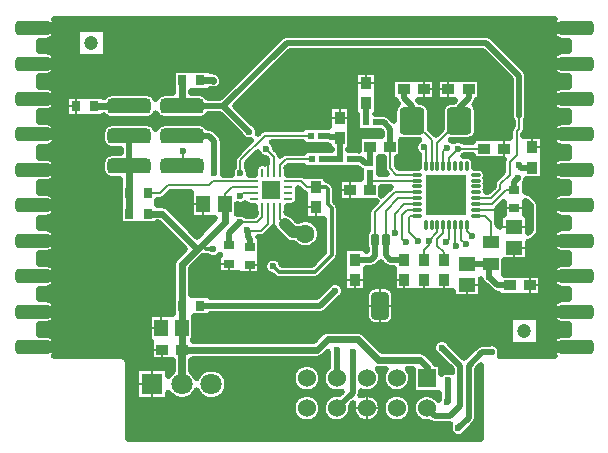
<source format=gtl>
G04 Layer_Physical_Order=1*
G04 Layer_Color=255*
%FSLAX24Y24*%
%MOIN*%
G70*
G01*
G75*
%ADD10C,0.0197*%
%ADD11R,0.0354X0.0394*%
%ADD12R,0.0394X0.0354*%
%ADD13R,0.0354X0.0276*%
%ADD14R,0.0276X0.0354*%
G04:AMPARAMS|DCode=15|XSize=50mil|YSize=144.9mil|CornerRadius=12.5mil|HoleSize=0mil|Usage=FLASHONLY|Rotation=270.000|XOffset=0mil|YOffset=0mil|HoleType=Round|Shape=RoundedRectangle|*
%AMROUNDEDRECTD15*
21,1,0.0500,0.1199,0,0,270.0*
21,1,0.0250,0.1449,0,0,270.0*
1,1,0.0250,-0.0599,-0.0125*
1,1,0.0250,-0.0599,0.0125*
1,1,0.0250,0.0599,0.0125*
1,1,0.0250,0.0599,-0.0125*
%
%ADD15ROUNDEDRECTD15*%
%ADD16R,0.0453X0.0571*%
%ADD17R,0.0217X0.0236*%
%ADD18R,0.0236X0.0217*%
%ADD19R,0.0571X0.0453*%
%ADD20R,0.0551X0.0413*%
%ADD21O,0.0110X0.0335*%
%ADD22O,0.0335X0.0110*%
%ADD23R,0.1358X0.1358*%
G04:AMPARAMS|DCode=24|XSize=43.3mil|YSize=23.6mil|CornerRadius=5.9mil|HoleSize=0mil|Usage=FLASHONLY|Rotation=270.000|XOffset=0mil|YOffset=0mil|HoleType=Round|Shape=RoundedRectangle|*
%AMROUNDEDRECTD24*
21,1,0.0433,0.0118,0,0,270.0*
21,1,0.0315,0.0236,0,0,270.0*
1,1,0.0118,-0.0059,-0.0157*
1,1,0.0118,-0.0059,0.0157*
1,1,0.0118,0.0059,0.0157*
1,1,0.0118,0.0059,-0.0157*
%
%ADD24ROUNDEDRECTD24*%
G04:AMPARAMS|DCode=25|XSize=94.5mil|YSize=59.1mil|CornerRadius=14.8mil|HoleSize=0mil|Usage=FLASHONLY|Rotation=270.000|XOffset=0mil|YOffset=0mil|HoleType=Round|Shape=RoundedRectangle|*
%AMROUNDEDRECTD25*
21,1,0.0945,0.0295,0,0,270.0*
21,1,0.0650,0.0591,0,0,270.0*
1,1,0.0295,-0.0148,-0.0325*
1,1,0.0295,-0.0148,0.0325*
1,1,0.0295,0.0148,0.0325*
1,1,0.0295,0.0148,-0.0325*
%
%ADD25ROUNDEDRECTD25*%
G04:AMPARAMS|DCode=26|XSize=90.6mil|YSize=82.7mil|CornerRadius=12.4mil|HoleSize=0mil|Usage=FLASHONLY|Rotation=90.000|XOffset=0mil|YOffset=0mil|HoleType=Round|Shape=RoundedRectangle|*
%AMROUNDEDRECTD26*
21,1,0.0906,0.0579,0,0,90.0*
21,1,0.0657,0.0827,0,0,90.0*
1,1,0.0248,0.0289,0.0329*
1,1,0.0248,0.0289,-0.0329*
1,1,0.0248,-0.0289,-0.0329*
1,1,0.0248,-0.0289,0.0329*
%
%ADD26ROUNDEDRECTD26*%
%ADD27R,0.0591X0.0591*%
%ADD28O,0.0098X0.0315*%
%ADD29O,0.0315X0.0098*%
%ADD30C,0.0472*%
%ADD31C,0.0079*%
%ADD32C,0.0394*%
%ADD33C,0.0236*%
%ADD34C,0.0118*%
%ADD35C,0.0276*%
%ADD36C,0.0600*%
%ADD37R,0.0600X0.0600*%
%ADD38R,0.0709X0.0709*%
%ADD39C,0.0709*%
%ADD40C,0.0630*%
G04:AMPARAMS|DCode=41|XSize=118.1mil|YSize=47.2mil|CornerRadius=11.8mil|HoleSize=0mil|Usage=FLASHONLY|Rotation=0.000|XOffset=0mil|YOffset=0mil|HoleType=Round|Shape=RoundedRectangle|*
%AMROUNDEDRECTD41*
21,1,0.1181,0.0236,0,0,0.0*
21,1,0.0945,0.0472,0,0,0.0*
1,1,0.0236,0.0472,-0.0118*
1,1,0.0236,-0.0472,-0.0118*
1,1,0.0236,-0.0472,0.0118*
1,1,0.0236,0.0472,0.0118*
%
%ADD41ROUNDEDRECTD41*%
%ADD42C,0.0236*%
D10*
X44562Y36102D02*
G03*
X44857Y35807I295J0D01*
G01*
X44621Y36515D02*
G03*
X44562Y36338I236J-177D01*
G01*
X44857Y35452D02*
G03*
X44562Y35157I0J-295D01*
G01*
Y34921D02*
G03*
X44857Y34626I295J0D01*
G01*
X43711Y34636D02*
G03*
X43630Y34831I-276J0D01*
G01*
X43711Y34636D02*
G03*
X43630Y34831I-276J0D01*
G01*
X44857Y34271D02*
G03*
X44562Y33976I0J-295D01*
G01*
Y33740D02*
G03*
X44857Y33444I295J0D01*
G01*
X42537Y35923D02*
G03*
X42343Y36004I-195J-195D01*
G01*
X42537Y35923D02*
G03*
X42343Y36004I-195J-195D01*
G01*
X41947Y33683D02*
G03*
X42023Y33830I-195J195D01*
G01*
X41947Y33683D02*
G03*
X42023Y33830I-195J195D01*
G01*
X42037Y33459D02*
G03*
X41942Y33678I-301J0D01*
G01*
X41157Y33760D02*
G03*
X40856Y33459I0J-301D01*
G01*
X44857Y33090D02*
G03*
X44562Y32795I0J-295D01*
G01*
Y32559D02*
G03*
X44857Y32263I295J0D01*
G01*
X43661Y33140D02*
G03*
X43711Y33297I-226J157D01*
G01*
X43159D02*
G03*
X43228Y33115I276J0D01*
G01*
X43598Y32711D02*
G03*
X43661Y32864I-153J153D01*
G01*
X43598Y32711D02*
G03*
X43661Y32864I-153J153D01*
G01*
X44562Y31378D02*
G03*
X44857Y31082I295J0D01*
G01*
Y31909D02*
G03*
X44562Y31614I0J-295D01*
G01*
X43632Y31047D02*
G03*
X43681Y31201I-246J163D01*
G01*
X43866Y30667D02*
G03*
X43671Y30748I-195J-195D01*
G01*
X43866Y30667D02*
G03*
X43671Y30748I-195J-195D01*
G01*
X43213Y32939D02*
G03*
X43150Y32785I153J-153D01*
G01*
X43213Y32939D02*
G03*
X43150Y32785I153J-153D01*
G01*
X41915Y32559D02*
G03*
X42037Y32801I-179J242D01*
G01*
X41736Y32500D02*
G03*
X41900Y32548I0J301D01*
G01*
X41233Y32443D02*
G03*
X41152Y32500I-209J-208D01*
G01*
X41608Y32421D02*
G03*
X41233Y32443I-201J-217D01*
G01*
X41571Y31959D02*
G03*
X41608Y31988I-164J246D01*
G01*
X41900Y31860D02*
G03*
X41604Y31947I-197J-123D01*
G01*
D02*
G03*
X41571Y31959I-98J-210D01*
G01*
X42928Y31850D02*
G03*
X42913Y31772I202J-79D01*
G01*
X42928Y31850D02*
G03*
X42913Y31772I202J-79D01*
G01*
X42649Y31164D02*
G03*
X42586Y31011I153J-153D01*
G01*
X42649Y31164D02*
G03*
X42586Y31011I153J-153D01*
G01*
X41935Y31736D02*
G03*
X41905Y31850I-232J0D01*
G01*
X42333Y31339D02*
G03*
X42100Y31571I-232J0D01*
G01*
X42311Y31043D02*
G03*
X42333Y31142I-210J98D01*
G01*
D02*
G03*
X42311Y31240I-232J0D01*
G01*
X42333Y30945D02*
G03*
X42311Y31043I-232J0D01*
G01*
Y31240D02*
G03*
X42333Y31339I-210J98D01*
G01*
X42311Y30846D02*
G03*
X42333Y30945I-210J98D01*
G01*
X42332Y30768D02*
G03*
X42311Y30846I-231J-20D01*
G01*
X40111Y33760D02*
G03*
X40067Y33817I-239J-138D01*
G01*
X40111Y33760D02*
G03*
X40067Y33817I-239J-138D01*
G01*
X40463Y33459D02*
G03*
X40161Y33760I-301J0D01*
G01*
X39323Y33829D02*
G03*
X39392Y33713I264J79D01*
G01*
X39323Y33829D02*
G03*
X39392Y33713I264J79D01*
G01*
X39404Y33701D02*
G03*
X39281Y33459I179J-242D01*
G01*
X40118Y32500D02*
G03*
X40108Y31994I147J-256D01*
G01*
Y31820D02*
G03*
X40093Y31736I217J-84D01*
G01*
X39132Y33276D02*
G03*
X38957Y33356I-195J-195D01*
G01*
X39132Y33276D02*
G03*
X38957Y33356I-195J-195D01*
G01*
X39518Y32507D02*
G03*
X39583Y32500I65J294D01*
G01*
X39927Y31571D02*
G03*
X39843Y31555I0J-232D01*
G01*
X39167Y30925D02*
G03*
X39138Y30901I125J-177D01*
G01*
X39167Y30925D02*
G03*
X39138Y30901I125J-177D01*
G01*
X38927Y31545D02*
G03*
X38991Y31392I217J0D01*
G01*
X38927Y31545D02*
G03*
X38991Y31392I217J0D01*
G01*
X37004Y32343D02*
G03*
X37106Y32306I142J236D01*
G01*
X37004Y32343D02*
G03*
X37106Y32306I142J236D01*
G01*
X38093Y31537D02*
G03*
X38179Y31479I195J195D01*
G01*
X38093Y31537D02*
G03*
X38179Y31479I195J195D01*
G01*
X37165Y31082D02*
G03*
X37018Y31151I-167J-167D01*
G01*
X37165Y31082D02*
G03*
X37018Y31151I-167J-167D01*
G01*
X37303Y30846D02*
G03*
X37234Y31013I-236J0D01*
G01*
X37303Y30846D02*
G03*
X37234Y31013I-236J0D01*
G01*
X44857Y30728D02*
G03*
X44562Y30433I0J-295D01*
G01*
Y30196D02*
G03*
X44857Y29901I295J0D01*
G01*
Y29547D02*
G03*
X44562Y29252I0J-295D01*
G01*
Y29015D02*
G03*
X44857Y28720I295J0D01*
G01*
X44114Y30305D02*
G03*
X44033Y30500I-276J0D01*
G01*
X44114Y30305D02*
G03*
X44033Y30500I-276J0D01*
G01*
Y29283D02*
G03*
X44114Y29478I-195J195D01*
G01*
X44033Y29283D02*
G03*
X44114Y29478I-195J195D01*
G01*
X44857Y28366D02*
G03*
X44562Y28070I0J-295D01*
G01*
Y27834D02*
G03*
X44857Y27539I295J0D01*
G01*
X43740Y29104D02*
G03*
X43935Y29185I0J276D01*
G01*
X43740Y29104D02*
G03*
X43935Y29185I0J276D01*
G01*
X42156Y27848D02*
G03*
X42321Y27653I285J76D01*
G01*
X42522Y27453D02*
G03*
X42717Y27372I195J195D01*
G01*
X42522Y27453D02*
G03*
X42717Y27372I195J195D01*
G01*
X44857Y27185D02*
G03*
X44562Y26889I0J-295D01*
G01*
Y26653D02*
G03*
X44857Y26358I295J0D01*
G01*
Y26004D02*
G03*
X44562Y25708I0J-295D01*
G01*
X42815Y25423D02*
G03*
X42414Y25699I-295J0D01*
G01*
X42215D02*
G03*
X42020Y25618I0J-276D01*
G01*
X42215Y25699D02*
G03*
X42020Y25618I0J-276D01*
G01*
X44562Y25472D02*
G03*
X44621Y25295I295J0D01*
G01*
X42786D02*
G03*
X42815Y25423I-266J128D01*
G01*
X41947Y23024D02*
G03*
X42028Y23219I-195J195D01*
G01*
X41947Y23024D02*
G03*
X42028Y23219I-195J195D01*
G01*
X41136Y25691D02*
G03*
X40746Y25301I-270J-120D01*
G01*
X40645Y25030D02*
G03*
X40572Y25151I-282J-88D01*
G01*
X41156Y23022D02*
G03*
X41687Y22764I261J-138D01*
G01*
X41201Y24744D02*
G03*
X40841Y24693I-148J-256D01*
G01*
X40645Y25030D02*
G03*
X40572Y25151I-282J-88D01*
G01*
X40757Y23822D02*
G03*
X40446Y23083I-394J-270D01*
G01*
X40778Y23879D02*
G03*
X40757Y23822I266J-129D01*
G01*
X40446Y23083D02*
G03*
X40619Y23022I173J214D01*
G01*
X40446Y23083D02*
G03*
X40619Y23022I173J214D01*
G01*
X38949Y28309D02*
G03*
X39144Y28228I195J195D01*
G01*
X38949Y28309D02*
G03*
X39144Y28228I195J195D01*
G01*
X38479Y30242D02*
G03*
X38415Y30089I153J-153D01*
G01*
X38479Y30242D02*
G03*
X38415Y30089I153J-153D01*
G01*
Y29487D02*
G03*
X38337Y29311I157J-176D01*
G01*
X38504Y28228D02*
G03*
X38699Y28309I0J276D01*
G01*
X38504Y28228D02*
G03*
X38699Y28309I0J276D01*
G01*
X38337Y28996D02*
G03*
X38356Y28902I236J0D01*
G01*
X39281Y27293D02*
G03*
X38957Y27618I-325J0D01*
G01*
Y26319D02*
G03*
X39281Y26644I0J325D01*
G01*
X38661Y27618D02*
G03*
X38337Y27293I0J-325D01*
G01*
Y26644D02*
G03*
X38661Y26319I325J0D01*
G01*
X37421Y30226D02*
G03*
X37352Y30393I-236J0D01*
G01*
X37421Y30226D02*
G03*
X37352Y30393I-236J0D01*
G01*
Y28485D02*
G03*
X37421Y28652I-167J167D01*
G01*
X37352Y28485D02*
G03*
X37421Y28652I-167J167D01*
G01*
X37608Y27470D02*
G03*
X37043Y27590I-295J0D01*
G01*
X37433Y27201D02*
G03*
X37608Y27470I-120J270D01*
G01*
X40356Y25366D02*
G03*
X40148Y25453I-209J-209D01*
G01*
X40356Y25366D02*
G03*
X40148Y25453I-209J-209D01*
G01*
X39000Y24862D02*
G03*
X39841Y24553I363J-309D01*
G01*
D02*
G03*
X39727Y24862I-477J0D01*
G01*
X39841Y23553D02*
G03*
X39841Y23553I-477J0D01*
G01*
X38841Y24553D02*
G03*
X38726Y24863I-477J0D01*
G01*
X38270Y26055D02*
G03*
X38061Y26142I-209J-209D01*
G01*
X38270Y26055D02*
G03*
X38061Y26142I-209J-209D01*
G01*
X38162Y24120D02*
G03*
X38841Y24553I202J432D01*
G01*
X37064Y25436D02*
G03*
X37077Y25396I288J66D01*
G01*
Y24934D02*
G03*
X37524Y24104I287J-382D01*
G01*
X38143Y23976D02*
G03*
X38162Y24076I-257J99D01*
G01*
X38143Y23976D02*
G03*
X38162Y24076I-257J99D01*
G01*
X38841Y23553D02*
G03*
X38143Y23976I-477J0D01*
G01*
X37914Y23714D02*
G03*
X38841Y23553I449J-161D01*
G01*
X37841D02*
G03*
X37834Y23633I-477J0D01*
G01*
X37444Y24023D02*
G03*
X37841Y23553I-81J-470D01*
G01*
X35689Y36004D02*
G03*
X35494Y35923I0J-276D01*
G01*
X35689Y36004D02*
G03*
X35494Y35923I0J-276D01*
G01*
X34970Y32854D02*
G03*
X34817Y32791I0J-217D01*
G01*
X34970Y32854D02*
G03*
X34817Y32791I0J-217D01*
G01*
X34727Y32701D02*
G03*
X34734Y32766I-288J65D01*
G01*
D02*
G03*
X34559Y33036I-295J0D01*
G01*
X33543Y34469D02*
G03*
X33457Y34677I-295J0D01*
G01*
X33543Y34469D02*
G03*
X33457Y34677I-295J0D01*
G01*
X33142Y34193D02*
G03*
X33543Y34469I106J276D01*
G01*
X33142Y34193D02*
G03*
X33543Y34469I106J276D01*
G01*
X35669Y32067D02*
G03*
X35516Y32004I0J-217D01*
G01*
X35669Y32067D02*
G03*
X35516Y32003I0J-217D01*
G01*
X35689Y31496D02*
G03*
X35681Y31556I-226J0D01*
G01*
X36309Y31279D02*
G03*
X36171Y31329I-138J-167D01*
G01*
X36215Y30763D02*
G03*
X36309Y30707I153J153D01*
G01*
X36215Y30762D02*
G03*
X36309Y30707I153J153D01*
G01*
Y31279D02*
G03*
X36171Y31329I-138J-167D01*
G01*
X35912D02*
G03*
X35846Y31339I-66J-217D01*
G01*
X36073Y30719D02*
G03*
X36050Y30817I-226J0D01*
G01*
D02*
G03*
X36072Y30896I-204J98D01*
G01*
X36050Y30620D02*
G03*
X36073Y30719I-204J98D01*
G01*
Y30522D02*
G03*
X36050Y30620I-226J0D01*
G01*
X35846Y30295D02*
G03*
X36073Y30522I0J226D01*
G01*
X35679Y30072D02*
G03*
X35689Y30138I-217J66D01*
G01*
X34169Y32646D02*
G03*
X34504Y32478I270J120D01*
G01*
X35305Y32196D02*
G03*
X35187Y32421I-295J-11D01*
G01*
X34730Y32091D02*
G03*
X34999Y31890I280J94D01*
G01*
X35479Y31966D02*
G03*
X35419Y32082I-213J-37D01*
G01*
X35479Y31966D02*
G03*
X35419Y32083I-213J-37D01*
G01*
X33553Y32461D02*
G03*
X33472Y32655I-276J0D01*
G01*
X33553Y32461D02*
G03*
X33472Y32655I-276J0D01*
G01*
X33991Y31964D02*
G03*
X33927Y31811I153J-153D01*
G01*
X33991Y31964D02*
G03*
X33927Y31811I153J-153D01*
G01*
X35049Y31722D02*
G03*
X34970Y31700I20J-226D01*
G01*
X34970D02*
G03*
X34646Y31496I-98J-204D01*
G01*
Y30138D02*
G03*
X34656Y30072I226J0D01*
G01*
X34488Y31339D02*
G03*
X34435Y31332I0J-226D01*
G01*
X34308Y30385D02*
G03*
X34488Y30295I180J137D01*
G01*
X34439Y31378D02*
G03*
X34360Y31579I-295J0D01*
G01*
X33927D02*
G03*
X33853Y31329I217J-201D01*
G01*
X33573Y31398D02*
G03*
X33553Y31504I-295J0D01*
G01*
X34435Y31332D02*
G03*
X34439Y31378I-292J46D01*
G01*
X34026Y30359D02*
G03*
X34308Y30385I118J271D01*
G01*
X33565Y31329D02*
G03*
X33573Y31398I-287J69D01*
G01*
X33437Y34697D02*
G03*
X33228Y34783I-209J-209D01*
G01*
X33437Y34697D02*
G03*
X33228Y34783I-209J-209D01*
G01*
X33066Y33898D02*
G03*
X32804Y34049I-262J-151D01*
G01*
X31324Y33857D02*
G03*
X31042Y34049I-281J-110D01*
G01*
X31605D02*
G03*
X31324Y33857I0J-302D01*
G01*
X31042Y33195D02*
G03*
X31324Y33387I0J302D01*
G01*
X29843Y34049D02*
G03*
X29594Y33917I0J-302D01*
G01*
X27987Y36338D02*
G03*
X27928Y36515I-295J0D01*
G01*
X27692Y35807D02*
G03*
X27987Y36102I0J295D01*
G01*
X27692Y34626D02*
G03*
X27987Y34921I0J295D01*
G01*
Y35157D02*
G03*
X27692Y35452I-295J0D01*
G01*
X27987Y33976D02*
G03*
X27692Y34271I-295J0D01*
G01*
Y33444D02*
G03*
X27987Y33740I0J295D01*
G01*
X32804Y33195D02*
G03*
X33066Y33346I0J302D01*
G01*
X31324Y33387D02*
G03*
X31605Y33195I281J110D01*
G01*
X33066Y32898D02*
G03*
X32804Y33049I-262J-151D01*
G01*
X33311Y32817D02*
G03*
X33116Y32898I-195J-195D01*
G01*
X33311Y32817D02*
G03*
X33116Y32898I-195J-195D01*
G01*
X31605Y33049D02*
G03*
X31324Y32857I0J-302D01*
G01*
X31324D02*
G03*
X31042Y33049I-281J-110D01*
G01*
X31476Y30502D02*
G03*
X31630Y30566I0J217D01*
G01*
X31734Y30248D02*
G03*
X31526Y30335I-209J-209D01*
G01*
X31734Y30248D02*
G03*
X31526Y30335I-209J-209D01*
G01*
X31734Y30248D02*
G03*
X31526Y30335I-209J-209D01*
G01*
X31476Y30502D02*
G03*
X31629Y30565I0J217D01*
G01*
X29594Y33327D02*
G03*
X29843Y33195I250J170D01*
G01*
Y33049D02*
G03*
X29541Y32747I0J-302D01*
G01*
Y32497D02*
G03*
X29843Y32195I302J0D01*
G01*
X27987Y32795D02*
G03*
X27692Y33090I-295J0D01*
G01*
Y32263D02*
G03*
X27987Y32559I0J295D01*
G01*
X29843Y32049D02*
G03*
X29541Y31747I0J-302D01*
G01*
Y31497D02*
G03*
X29843Y31195I302J0D01*
G01*
X27987Y31614D02*
G03*
X27692Y31909I-295J0D01*
G01*
Y31082D02*
G03*
X27987Y31378I0J295D01*
G01*
Y30433D02*
G03*
X27692Y30728I-295J0D01*
G01*
X36806Y29370D02*
G03*
X36064Y29793I-492J0D01*
G01*
X35944Y29045D02*
G03*
X36806Y29370I370J324D01*
G01*
X35885Y29959D02*
G03*
X35679Y30064I-264J-264D01*
G01*
X35631Y29155D02*
G03*
X35896Y29045I264J264D01*
G01*
X35631Y29155D02*
G03*
X35896Y29045I264J264D01*
G01*
X36624Y27854D02*
G03*
X36791Y27924I0J236D01*
G01*
X36624Y27854D02*
G03*
X36791Y27924I0J236D01*
G01*
X36811Y26693D02*
G03*
X37006Y26774I0J276D01*
G01*
X36811Y26693D02*
G03*
X37006Y26774I0J276D01*
G01*
X35222Y29551D02*
G03*
X35258Y29600I-153J153D01*
G01*
X35222Y29552D02*
G03*
X35258Y29600I-153J153D01*
G01*
X35258D02*
G03*
X35356Y29430I362J95D01*
G01*
X34833Y29252D02*
G03*
X34986Y29316I0J217D01*
G01*
X34833Y29252D02*
G03*
X34986Y29315I0J217D01*
G01*
X34335Y29970D02*
G03*
X34026Y30029I-201J-217D01*
G01*
X35529Y28329D02*
G03*
X35194Y27995I-292J-42D01*
G01*
X35266Y27924D02*
G03*
X35433Y27854I167J167D01*
G01*
X35266Y27924D02*
G03*
X35433Y27854I167J167D01*
G01*
X37057Y26142D02*
G03*
X36848Y26055I0J-295D01*
G01*
X37057Y26142D02*
G03*
X36848Y26055I0J-295D01*
G01*
X36713Y25207D02*
G03*
X36921Y25293I0J295D01*
G01*
X36713Y25207D02*
G03*
X36921Y25293I0J295D01*
G01*
X36841Y24553D02*
G03*
X36841Y24553I-477J0D01*
G01*
Y23553D02*
G03*
X36841Y23553I-477J0D01*
G01*
X33716Y24350D02*
G03*
X32692Y24551I-531J0D01*
G01*
Y24149D02*
G03*
X33716Y24350I492J201D01*
G01*
X32904Y28638D02*
G03*
X33012Y28612I108J210D01*
G01*
X32904Y28638D02*
G03*
X33012Y28612I108J210D01*
G01*
X33415Y28605D02*
G03*
X33484Y28671I-167J243D01*
G01*
X33071Y28612D02*
G03*
X33415Y28605I177J236D01*
G01*
X31996Y28565D02*
G03*
X31910Y28357I209J-209D01*
G01*
X31996Y28565D02*
G03*
X31910Y28357I209J-209D01*
G01*
X27692Y29901D02*
G03*
X27987Y30196I0J295D01*
G01*
Y29252D02*
G03*
X27692Y29547I-295J0D01*
G01*
Y28720D02*
G03*
X27987Y29015I0J295D01*
G01*
Y28070D02*
G03*
X27692Y28366I-295J0D01*
G01*
Y27539D02*
G03*
X27987Y27834I0J295D01*
G01*
X32692Y24551D02*
G03*
X32515Y24778I-492J-201D01*
G01*
X31747Y24072D02*
G03*
X32692Y24149I453J278D01*
G01*
X31885Y24778D02*
G03*
X31747Y24628I315J-428D01*
G01*
X27987Y26889D02*
G03*
X27692Y27185I-295J0D01*
G01*
Y26358D02*
G03*
X27987Y26653I0J295D01*
G01*
Y25708D02*
G03*
X27692Y26004I-295J0D01*
G01*
X30389Y25078D02*
G03*
X30172Y25295I-217J0D01*
G01*
X30389Y25078D02*
G03*
X30172Y25295I-217J0D01*
G01*
X27928D02*
G03*
X27987Y25472I-236J177D01*
G01*
X42707Y29774D02*
G03*
X42687Y29864I-217J0D01*
G01*
X42707Y29774D02*
G03*
X42687Y29864I-217J0D01*
G01*
X45113Y35452D02*
Y35807D01*
X44857D02*
X45113D01*
X45039Y35452D02*
Y35807D01*
X44882Y35452D02*
Y35807D01*
X44961Y35452D02*
Y35807D01*
X44803Y35447D02*
Y35812D01*
X42791Y35669D02*
X45113D01*
X44724Y35421D02*
Y35838D01*
X42870Y35590D02*
X45113D01*
X44646Y35363D02*
Y35896D01*
X44857Y35452D02*
X45113D01*
X43710Y34646D02*
X44751D01*
X44857Y34626D02*
X45113D01*
X43711Y34567D02*
X45113D01*
X42949Y35512D02*
X45113D01*
X43028Y35433D02*
X44752D01*
X43106Y35354D02*
X44638D01*
X43185Y35276D02*
X44587D01*
X43696Y34724D02*
X44637D01*
X43654Y34803D02*
X44587D01*
X43464Y34996D02*
Y36515D01*
X44567Y36390D02*
Y36515D01*
X43386Y35075D02*
Y36515D01*
X43622Y34839D02*
Y36515D01*
X43701Y34709D02*
Y36515D01*
X43543Y34917D02*
Y36515D01*
X42835Y35626D02*
Y36515D01*
X42913Y35547D02*
Y36515D01*
X42756Y35705D02*
Y36515D01*
X43228Y35232D02*
Y36515D01*
X43307Y35154D02*
Y36515D01*
X42992Y35469D02*
Y36515D01*
X44562Y36102D02*
Y36338D01*
X44567Y35209D02*
Y36050D01*
X44562Y34921D02*
Y35157D01*
X43579Y34882D02*
X44565D01*
X43150Y35311D02*
Y36515D01*
X43264Y35197D02*
X44565D01*
X43071Y35390D02*
Y36515D01*
X43421Y35039D02*
X44562D01*
X43500Y34961D02*
X44562D01*
X43343Y35118D02*
X44562D01*
X45039Y34271D02*
Y34626D01*
X45113Y34271D02*
Y34626D01*
X44961Y34271D02*
Y34626D01*
X44882Y34271D02*
Y34626D01*
X44857Y34271D02*
X45113D01*
X44803Y34266D02*
Y34631D01*
X43711Y34409D02*
X45113D01*
X43711Y34331D02*
X45113D01*
X43711Y34488D02*
X45113D01*
X44724Y34240D02*
Y34657D01*
X44646Y34182D02*
Y34715D01*
X45113Y33090D02*
Y33444D01*
X44857D02*
X45113D01*
X44961Y33090D02*
Y33444D01*
X44724Y33058D02*
Y33476D01*
X44803Y33085D02*
Y33450D01*
X44646Y33001D02*
Y33534D01*
X43711Y34252D02*
X44752D01*
X43711Y34173D02*
X44638D01*
X43711Y34094D02*
X44587D01*
X43711Y33465D02*
X44751D01*
X43711Y33543D02*
X44637D01*
X44173Y32618D02*
Y36515D01*
X44567Y34028D02*
Y34869D01*
X44094Y32618D02*
Y36515D01*
X43937Y32618D02*
Y36515D01*
X44016Y32618D02*
Y36515D01*
X43858Y32618D02*
Y36515D01*
X43779Y32618D02*
Y36515D01*
X43711Y33297D02*
Y34636D01*
X42992Y32559D02*
Y34689D01*
X42835Y32559D02*
Y34847D01*
X42913Y32559D02*
Y34768D01*
X42756Y32559D02*
Y34925D01*
X43711Y34016D02*
X44565D01*
X43711Y33937D02*
X44562D01*
X43711Y33858D02*
X44562D01*
X44567Y32847D02*
Y33688D01*
X43711Y33622D02*
X44587D01*
X44562Y33740D02*
Y33976D01*
X43711Y33779D02*
X44562D01*
X43711Y33701D02*
X44565D01*
X43159Y33297D02*
Y34522D01*
X43150Y32559D02*
Y34532D01*
X43071Y32559D02*
Y34610D01*
X42441Y35986D02*
Y36515D01*
X42520Y35940D02*
Y36515D01*
X42362Y36003D02*
Y36515D01*
X42598Y35862D02*
Y36515D01*
X42677Y35784D02*
Y36515D01*
X42047Y36004D02*
Y36515D01*
X42126Y36004D02*
Y36515D01*
X41968Y36004D02*
Y36515D01*
X42283Y36004D02*
Y36515D01*
X42205Y36004D02*
Y36515D01*
X42555Y35905D02*
X44637D01*
X42634Y35827D02*
X44751D01*
X42445Y35984D02*
X44587D01*
X42537Y35923D02*
X43630Y34831D01*
X42713Y35748D02*
X45113D01*
X42126Y34538D02*
Y35453D01*
X38691Y34646D02*
X43036D01*
X38691Y34567D02*
X43114D01*
X38691Y34724D02*
X42957D01*
X42047Y34538D02*
Y35453D01*
X41457Y34538D02*
X42126D01*
X41968D02*
Y35453D01*
X41575Y36004D02*
Y36515D01*
X41653Y36004D02*
Y36515D01*
X41496Y36004D02*
Y36515D01*
X41811Y36004D02*
Y36515D01*
X41890Y36004D02*
Y36515D01*
X41732Y36004D02*
Y36515D01*
X41102Y36004D02*
Y36515D01*
X41181Y36004D02*
Y36515D01*
X41024Y36004D02*
Y36515D01*
X41339Y36004D02*
Y36515D01*
X41417Y36004D02*
Y36515D01*
X41260Y36004D02*
Y36515D01*
X41575Y34538D02*
Y35453D01*
X41653Y34538D02*
Y35453D01*
X41378Y34538D02*
X41457D01*
X41811D02*
Y35453D01*
X41890Y34538D02*
Y35453D01*
X41732Y34538D02*
Y35453D01*
X41102Y34538D02*
Y35453D01*
X40709Y34538D02*
X41378D01*
X41024D02*
Y35453D01*
X41260Y34538D02*
Y35453D01*
X41339Y34538D02*
Y35453D01*
X41181Y34538D02*
Y35453D01*
X42362Y32559D02*
Y35319D01*
X42441Y32559D02*
Y35240D01*
X42283Y32559D02*
Y35398D01*
X42598Y32559D02*
Y35083D01*
X42677Y32559D02*
Y35004D01*
X42520Y32559D02*
Y35162D01*
X42126Y34488D02*
X43159D01*
X42126Y34409D02*
X43159D01*
X42228Y35453D02*
X43159Y34522D01*
X42205Y32559D02*
Y35453D01*
X42126Y34331D02*
X43159D01*
X42126Y33830D02*
Y34538D01*
Y34173D02*
X43159D01*
X42126Y34094D02*
X43159D01*
X42126Y34252D02*
X43159D01*
X42126Y33937D02*
X43159D01*
X42126Y33858D02*
X43159D01*
X42126Y34016D02*
X43159D01*
X42009Y33779D02*
X43159D01*
X41963Y33701D02*
X43159D01*
X42023Y33830D02*
X42126D01*
X42025Y33543D02*
X43159D01*
X42037Y33465D02*
X43159D01*
X41989Y33622D02*
X43159D01*
X41496Y34538D02*
Y35453D01*
X41417Y34538D02*
Y35453D01*
X42047Y32559D02*
Y33830D01*
X42126Y32559D02*
Y33830D01*
X41378Y34538D02*
X41457D01*
X40709Y33830D02*
X41314D01*
X41252Y33768D02*
X41314Y33830D01*
X41260Y33775D02*
Y33830D01*
X41157Y33760D02*
X41244D01*
X41181D02*
Y33830D01*
X42037Y32801D02*
Y33459D01*
X41968Y33650D02*
Y33707D01*
X41102Y33755D02*
Y33830D01*
X40098Y33779D02*
X41264D01*
X41024Y33728D02*
Y33830D01*
X40341Y33701D02*
X40978D01*
X45039Y33090D02*
Y33444D01*
X44857Y33090D02*
X45113D01*
X44882D02*
Y33444D01*
X44724Y31877D02*
Y32295D01*
X43711Y33307D02*
X45113D01*
X43702Y33228D02*
X45113D01*
X43711Y33386D02*
X45113D01*
X43668Y33150D02*
X45113D01*
X43661Y33071D02*
X44752D01*
X44222Y32283D02*
X44751D01*
X44857Y32263D02*
X45113D01*
X44857Y31909D02*
X45113D01*
X44882D02*
Y32263D01*
X45039Y31909D02*
Y32263D01*
X45113Y31909D02*
Y32263D01*
X44961Y31909D02*
Y32263D01*
X44222Y32126D02*
X45113D01*
X44222Y32047D02*
X45113D01*
X44222Y32205D02*
X45113D01*
X44803Y31904D02*
Y32268D01*
X44222Y31968D02*
X45113D01*
X44222Y31890D02*
X44752D01*
X43661Y32992D02*
X44638D01*
X43661Y32913D02*
X44587D01*
X43701Y32618D02*
Y33224D01*
X44562Y32559D02*
Y32795D01*
X43661Y32864D02*
Y33140D01*
X43228Y32954D02*
Y33115D01*
X43228Y32954D02*
Y33115D01*
X43659Y32835D02*
X44565D01*
X44222Y32520D02*
X44565D01*
X44222Y32441D02*
X44587D01*
X44222Y32598D02*
X44562D01*
X44222Y31949D02*
Y32618D01*
Y32362D02*
X44637D01*
X43632Y32756D02*
X44562D01*
X43583Y32677D02*
X44562D01*
X43622Y32618D02*
Y32740D01*
X43583Y32618D02*
X44222D01*
X43583D02*
Y32696D01*
X44961Y30728D02*
Y31082D01*
X44646Y31819D02*
Y32353D01*
X44724Y30696D02*
Y31114D01*
X44803Y30723D02*
Y31087D01*
X44646Y30638D02*
Y31172D01*
X44222Y31811D02*
X44638D01*
X44222Y31732D02*
X44587D01*
X43680Y31181D02*
X44637D01*
X43661Y31102D02*
X44751D01*
X44222Y31260D02*
X44587D01*
X45113Y30728D02*
Y31082D01*
X44857D02*
X45113D01*
X45039Y30728D02*
Y31082D01*
X44882Y30728D02*
Y31082D01*
X44857Y30728D02*
X45113D01*
X43982Y30551D02*
X44587D01*
X43632Y30945D02*
X45113D01*
X43632Y30866D02*
X45113D01*
X43632Y31024D02*
X45113D01*
X43632Y30787D02*
X45113D01*
X43813Y30709D02*
X44752D01*
X43904Y30630D02*
X44638D01*
X44567Y31666D02*
Y32507D01*
X44222Y31653D02*
X44565D01*
X44222Y31870D02*
Y31949D01*
X44562Y31378D02*
Y31614D01*
X44567Y30485D02*
Y31325D01*
X44222Y31201D02*
Y31870D01*
Y31575D02*
X44562D01*
X44222Y31496D02*
X44562D01*
X44222Y31870D02*
Y31949D01*
Y31417D02*
X44562D01*
X44222Y31339D02*
X44565D01*
X43681Y31201D02*
X44222D01*
X43779Y30726D02*
Y31201D01*
X43858Y30675D02*
Y31201D01*
X43701Y30746D02*
Y31201D01*
X44016Y30518D02*
Y31201D01*
X43866Y30667D02*
X44033Y30500D01*
X43937Y30597D02*
Y31201D01*
X43632Y30748D02*
X43671D01*
X43632D02*
Y31047D01*
X42037Y33307D02*
X43159D01*
X42037Y33150D02*
X43202D01*
X42037Y33386D02*
X43159D01*
X43150Y32559D02*
Y32785D01*
X42037Y33071D02*
X43228D01*
X42037Y32992D02*
X43228D01*
X42037Y33228D02*
X43168D01*
X42037Y32913D02*
X43191D01*
X42037Y32835D02*
X43155D01*
X42569Y32559D02*
X42648D01*
X43150D01*
X42569D02*
X42648D01*
Y31850D02*
X42928D01*
X42011Y32677D02*
X43150D01*
X41959Y32598D02*
X43150D01*
X42034Y32756D02*
X43150D01*
X41915Y32559D02*
X42569D01*
Y31850D02*
X42648D01*
X41905D02*
X42569D01*
X41968Y32559D02*
Y32609D01*
X41843Y32520D02*
X41900D01*
Y32421D02*
Y32548D01*
X41890Y32421D02*
Y32542D01*
X41811Y32421D02*
Y32509D01*
X41575Y32448D02*
Y32500D01*
X41157D02*
X41736D01*
X41260Y32460D02*
Y32500D01*
X41653Y32421D02*
Y32500D01*
X41732Y32421D02*
Y32500D01*
X41608Y31988D02*
X41900D01*
X41708Y31968D02*
X41900D01*
X41608Y32421D02*
X41900D01*
X41890Y31874D02*
Y31988D01*
X41900Y31860D02*
Y31988D01*
X41811Y31942D02*
Y31988D01*
X41585Y32441D02*
X41900D01*
X41585Y31968D02*
X41697D01*
X42913Y31428D02*
Y31772D01*
X42835Y31349D02*
Y31850D01*
X42913Y31428D02*
Y31850D01*
X42756Y31271D02*
Y31850D01*
X41923Y31811D02*
X42917D01*
X41935Y31732D02*
X42913D01*
X42569Y31850D02*
X42648D01*
X42677Y31192D02*
Y31850D01*
X41935Y31653D02*
X42913D01*
X42598Y31084D02*
Y31850D01*
X42649Y31164D02*
X42913Y31428D01*
X42333Y31339D02*
X42824D01*
X42329Y31181D02*
X42666D01*
X42333Y30945D02*
X42586D01*
X41935Y31575D02*
X42913D01*
X42271Y31496D02*
X42913D01*
X42319Y31417D02*
X42902D01*
X42319Y31260D02*
X42745D01*
X42329Y31102D02*
X42606D01*
X42319Y31024D02*
X42586D01*
X42205Y31546D02*
Y31850D01*
X42283Y31482D02*
Y31850D01*
X42126Y31569D02*
Y31850D01*
X42441Y30795D02*
Y31850D01*
X42520Y30873D02*
Y31850D01*
X42362Y30768D02*
Y31850D01*
X41935Y31571D02*
Y31736D01*
Y31571D02*
X42100D01*
X42047D02*
Y31850D01*
X41968Y31571D02*
Y31850D01*
X42586Y30939D02*
Y31011D01*
X42319Y30866D02*
X42512D01*
X42414Y30768D02*
X42586Y30939D01*
X42329Y30787D02*
X42434D01*
X42332Y30768D02*
X42414D01*
X40630Y36004D02*
Y36515D01*
X40709Y36004D02*
Y36515D01*
X40551Y36004D02*
Y36515D01*
X40866Y36004D02*
Y36515D01*
X40945Y36004D02*
Y36515D01*
X40787Y36004D02*
Y36515D01*
X40157Y36004D02*
Y36515D01*
X40236Y36004D02*
Y36515D01*
X40079Y36004D02*
Y36515D01*
X40394Y36004D02*
Y36515D01*
X40472Y36004D02*
Y36515D01*
X40315Y36004D02*
Y36515D01*
X40866Y34538D02*
Y35453D01*
X40945Y34538D02*
Y35453D01*
X40787Y34538D02*
Y35453D01*
X40551Y34537D02*
Y35453D01*
X40630Y34537D02*
Y35453D01*
X40472Y34537D02*
Y35453D01*
X40157Y34537D02*
Y35453D01*
X39961Y34537D02*
X40630D01*
X40079D02*
Y35453D01*
X40315Y34537D02*
Y35453D01*
X40394Y34537D02*
Y35453D01*
X40236Y34537D02*
Y35453D01*
X39685Y36004D02*
Y36515D01*
X39764Y36004D02*
Y36515D01*
X39606Y36004D02*
Y36515D01*
X39921Y36004D02*
Y36515D01*
X40000Y36004D02*
Y36515D01*
X39842Y36004D02*
Y36515D01*
X39213Y36004D02*
Y36515D01*
X39291Y36004D02*
Y36515D01*
X39134Y36004D02*
Y36515D01*
X39449Y36004D02*
Y36515D01*
X39527Y36004D02*
Y36515D01*
X39370Y36004D02*
Y36515D01*
X39764Y34537D02*
Y35453D01*
X39842Y34537D02*
Y35453D01*
X39685Y34537D02*
Y35453D01*
X39882Y34537D02*
X39961D01*
X39882D02*
X39961D01*
X39921D02*
Y35453D01*
X39370Y34537D02*
Y35453D01*
X39213Y34537D02*
X39882D01*
X39291D02*
Y35453D01*
X39527Y34537D02*
Y35453D01*
X39606Y34537D02*
Y35453D01*
X39449Y34537D02*
Y35453D01*
X40630Y34409D02*
X40709D01*
X40630Y34331D02*
X40709D01*
X40630Y34488D02*
X40709D01*
X40709Y32698D02*
Y35453D01*
X40709Y33830D02*
Y34538D01*
X40630Y33829D02*
Y34537D01*
Y34252D02*
X40709D01*
X40630Y34173D02*
X40709D01*
X40630Y34016D02*
X40709D01*
X40630Y33937D02*
X40709D01*
X40630Y34094D02*
X40709D01*
X40866Y33535D02*
Y33830D01*
X40945Y33672D02*
Y33830D01*
X40630Y33858D02*
X40709D01*
X40787Y32777D02*
Y33830D01*
X40856Y32846D02*
Y33459D01*
X40630Y32678D02*
Y33829D01*
X40414Y33622D02*
X40904D01*
X40450Y33543D02*
X40868D01*
X40055Y33829D02*
X40630D01*
X40463Y33465D02*
X40856D01*
X40463Y33386D02*
X40856D01*
X40551Y32757D02*
Y33829D01*
X40157Y33760D02*
Y33829D01*
X40315Y33718D02*
Y33829D01*
X40472Y32836D02*
Y33829D01*
X40236Y33750D02*
Y33829D01*
X40000Y34537D02*
Y35453D01*
X39213Y33829D02*
X39323D01*
X39213D02*
Y34537D01*
X39213Y33195D02*
Y35453D01*
X39291Y33535D02*
Y33829D01*
X39134Y33274D02*
Y35453D01*
X40111Y33760D02*
X40161D01*
X40463Y32846D02*
Y33459D01*
X40394Y33650D02*
Y33829D01*
X39370Y33672D02*
Y33737D01*
X39281Y33126D02*
Y33459D01*
X38740Y36004D02*
Y36515D01*
X38819Y36004D02*
Y36515D01*
X38661Y36004D02*
Y36515D01*
X38976Y36004D02*
Y36515D01*
X39055Y36004D02*
Y36515D01*
X38898Y36004D02*
Y36515D01*
X38504Y36004D02*
Y36515D01*
X38583Y36004D02*
Y36515D01*
X38425Y36004D02*
Y36515D01*
X38346Y36004D02*
Y36515D01*
X38504Y34774D02*
Y35453D01*
X38346Y34774D02*
Y35453D01*
X38691Y34409D02*
X39213D01*
X38691Y34331D02*
X39213D01*
X38691Y34488D02*
X39213D01*
X38691Y34252D02*
X39213D01*
X38691Y34173D02*
X39213D01*
X38691Y34104D02*
Y34774D01*
X38583D02*
Y35453D01*
X38661Y34774D02*
Y35453D01*
X38425Y34774D02*
Y35453D01*
X37982Y34774D02*
X38691D01*
X37953Y36004D02*
Y36515D01*
X38031Y36004D02*
Y36515D01*
X37874Y36004D02*
Y36515D01*
X38189Y36004D02*
Y36515D01*
X38268Y36004D02*
Y36515D01*
X38110Y36004D02*
Y36515D01*
X37087Y36004D02*
Y36515D01*
X37559Y36004D02*
Y36515D01*
X37008Y36004D02*
Y36515D01*
X37716Y36004D02*
Y36515D01*
X37795Y36004D02*
Y36515D01*
X37638Y36004D02*
Y36515D01*
X38031Y34774D02*
Y35453D01*
X38110Y34774D02*
Y35453D01*
X37480Y36004D02*
Y36515D01*
X38268Y34774D02*
Y35453D01*
X38189Y34774D02*
Y35453D01*
X36929Y36004D02*
Y36515D01*
X37165Y36004D02*
Y36515D01*
X36850Y36004D02*
Y36515D01*
X37323Y36004D02*
Y36515D01*
X37401Y36004D02*
Y36515D01*
X37244Y36004D02*
Y36515D01*
X38740Y33376D02*
Y35453D01*
X38819Y33376D02*
Y35453D01*
X38691Y33376D02*
Y34026D01*
X38976Y33353D02*
Y35453D01*
X39055Y33330D02*
Y35453D01*
X38898Y33376D02*
Y35453D01*
X38691Y34026D02*
Y34104D01*
Y34094D02*
X39213D01*
X37982Y34104D02*
Y34774D01*
X38691Y34026D02*
Y34104D01*
Y34016D02*
X39213D01*
X37982Y34026D02*
Y34104D01*
X38691Y33858D02*
X39213D01*
X38691Y33779D02*
X39343D01*
X38691Y33937D02*
X39213D01*
X38691Y33701D02*
X39403D01*
X38691Y33622D02*
X39330D01*
X38691Y33543D02*
X39294D01*
X38691Y33465D02*
X39282D01*
X38691Y33386D02*
X39281D01*
X38691Y33376D02*
X38957D01*
X38622D02*
X38691D01*
X38051Y32785D02*
Y33356D01*
X38031Y32146D02*
Y33356D01*
X37638Y33612D02*
Y35453D01*
X37716Y33612D02*
Y35453D01*
X37559Y33612D02*
Y35453D01*
X37874Y32146D02*
Y35453D01*
X37953Y32146D02*
Y35453D01*
X37795Y33612D02*
Y35453D01*
X37401Y33612D02*
Y35453D01*
X37480Y33612D02*
Y35453D01*
X37165Y33612D02*
Y35453D01*
X37008Y32933D02*
Y35453D01*
X37087Y32933D02*
Y35453D01*
X36929Y32933D02*
Y35453D01*
X37815Y33543D02*
X37982D01*
X37815Y33465D02*
X37982D01*
Y34026D02*
Y34104D01*
Y33356D02*
Y34026D01*
X37815Y33386D02*
X37982D01*
X37815Y32943D02*
Y33612D01*
X37323D02*
Y35453D01*
X37106Y33612D02*
X37815D01*
X37244D02*
Y35453D01*
X37106Y32943D02*
Y33612D01*
X40463Y33150D02*
X40856D01*
X40463Y33071D02*
X40856D01*
X40474Y32835D02*
X40845D01*
X40659Y32649D02*
X40856Y32846D01*
X40552Y32756D02*
X40767D01*
X40631Y32677D02*
X40688D01*
X40463Y33228D02*
X40856D01*
X40463Y32992D02*
X40856D01*
X40463Y33307D02*
X40856D01*
X40463Y32913D02*
X40856D01*
X40463Y32846D02*
X40659Y32649D01*
X40000Y32373D02*
Y32500D01*
X39583D02*
X40118D01*
X39518Y32362D02*
X39995D01*
X40108Y31820D02*
Y31994D01*
X39518Y32205D02*
X39973D01*
X39518Y32441D02*
X40046D01*
X39518Y32047D02*
X40046D01*
X39518Y32126D02*
X39995D01*
X39518Y31968D02*
X40108D01*
X39360Y31890D02*
X40108D01*
X39360Y31811D02*
X40105D01*
X39094Y33307D02*
X39281D01*
X39132Y33276D02*
X39281Y33126D01*
X39179Y33228D02*
X39281D01*
X38843Y32785D02*
X38868Y32760D01*
X38819Y32628D02*
Y32785D01*
X38622D02*
X38843D01*
X38740Y32628D02*
Y32785D01*
X38583Y32628D02*
Y32785D01*
X38661Y32628D02*
Y32785D01*
X38504Y32628D02*
Y32785D01*
X39518Y32283D02*
X39973D01*
X38868Y32628D02*
Y32760D01*
X39518Y31919D02*
Y32507D01*
X39360Y31919D02*
X39518D01*
X38848D02*
X38927D01*
X38770Y32628D02*
X38848D01*
X38770Y31919D02*
X38848D01*
X38770Y32628D02*
X38848D01*
X38770Y31890D02*
X38927D01*
X38770Y31811D02*
X38927D01*
X38770Y31919D02*
X38848D01*
X40079Y31571D02*
Y32016D01*
X40093Y31571D02*
Y31736D01*
X40000Y31571D02*
Y32116D01*
X39842Y31555D02*
Y32500D01*
X39921Y31571D02*
Y32500D01*
X39764Y31555D02*
Y32500D01*
X39370Y31625D02*
Y31919D01*
X39449Y31555D02*
Y31919D01*
X39360Y31635D02*
Y31919D01*
X39606Y31555D02*
Y32500D01*
X39685Y31555D02*
Y32500D01*
X39527Y31555D02*
Y32505D01*
X39420Y31575D02*
X40093D01*
X39927Y31571D02*
X40093D01*
X39360Y31732D02*
X40093D01*
X39440Y31555D02*
X39843D01*
X39360Y31635D02*
X39440Y31555D01*
X39360Y31653D02*
X40093D01*
X38848Y30925D02*
X39167D01*
X38848Y30611D02*
X39138Y30901D01*
X38848Y30866D02*
X39103D01*
X38927Y31545D02*
Y31919D01*
X38770Y31732D02*
X38927D01*
X38898Y31358D02*
Y31919D01*
X38819Y31358D02*
Y31919D01*
X38770Y31653D02*
X38927D01*
X38770Y31575D02*
X38927D01*
X38770Y31683D02*
Y31919D01*
Y31447D02*
Y31683D01*
Y31496D02*
X38933D01*
X38770Y31447D02*
Y31683D01*
X38991Y31392D02*
X39024Y31358D01*
X39055Y30818D02*
Y30925D01*
X38976Y31358D02*
Y31408D01*
Y30739D02*
Y30925D01*
X38848Y30709D02*
X38946D01*
X38898Y30660D02*
Y30925D01*
X38770Y31417D02*
X38969D01*
X38770Y31358D02*
X39024D01*
X38770D02*
Y31447D01*
X38848Y30787D02*
X39024D01*
X38848Y30611D02*
Y30925D01*
X38386Y32785D02*
X38622D01*
X38386D02*
X38622D01*
X38189Y32628D02*
Y32785D01*
X38346Y32628D02*
Y32785D01*
X38425Y32628D02*
Y32785D01*
X38268Y32628D02*
Y32785D01*
X37815Y33071D02*
X38051D01*
X37815Y32992D02*
X38051D01*
X37815Y33150D02*
X38051D01*
X38110Y32628D02*
Y32785D01*
X38051D02*
X38386D01*
X37815Y32835D02*
X38051D01*
X37815Y32756D02*
X38868D01*
X37815Y32677D02*
X38868D01*
X38100Y32628D02*
X38770D01*
X38100Y32126D02*
Y32628D01*
X37815Y32520D02*
X38100D01*
X37815Y32598D02*
X38100D01*
X37815Y32362D02*
X38100D01*
X37815Y32283D02*
X38100D01*
X37815Y32441D02*
X38100D01*
X37815Y32205D02*
X38100D01*
X37746Y32146D02*
X38081D01*
X37746Y31555D02*
X38075D01*
X37815Y33307D02*
X38051D01*
X37815Y33228D02*
X38051D01*
X37982Y33356D02*
X38051D01*
X37815Y32864D02*
Y32943D01*
Y32195D02*
Y32864D01*
Y32943D01*
Y32913D02*
X38051D01*
X36929Y32146D02*
Y32343D01*
X37795Y32146D02*
Y32195D01*
X37736D02*
X37815D01*
X37736Y32146D02*
Y32195D01*
X37510Y31555D02*
X37746D01*
X37510D02*
X37746D01*
X37185Y32146D02*
Y32195D01*
X37165Y32146D02*
Y32195D01*
X37106D02*
X37185D01*
X37106D02*
Y32306D01*
X37087Y32146D02*
Y32310D01*
X37008Y32146D02*
Y32340D01*
X38179Y31447D02*
Y31479D01*
X38110Y31181D02*
Y31521D01*
X38179Y31447D02*
Y31479D01*
X38031Y31181D02*
Y31555D01*
X37638Y31181D02*
Y31555D01*
X37716Y31181D02*
Y31555D01*
X37559Y31181D02*
Y31555D01*
X37874Y31181D02*
Y31555D01*
X37953Y31181D02*
Y31555D01*
X37795Y31181D02*
Y31555D01*
X38179Y31181D02*
Y31447D01*
X38100Y31181D02*
X38179D01*
X38100D02*
X38179D01*
X38100Y30472D02*
X38179D01*
X38710D01*
X38100D02*
X38179D01*
X37018Y31260D02*
X38179D01*
X37431Y31181D02*
X38100D01*
X37431Y30472D02*
X38100D01*
X37480Y31181D02*
Y31555D01*
X37175D02*
X37510D01*
X37087Y31134D02*
Y31555D01*
X37244Y31003D02*
Y31555D01*
X37431Y30472D02*
Y31181D01*
X37165Y31082D02*
Y31555D01*
X37008Y31289D02*
Y31555D01*
X37018Y31181D02*
X37431D01*
X36929Y31289D02*
Y31555D01*
X37018Y31151D02*
Y31289D01*
X37302Y30866D02*
X37431D01*
X37303Y30787D02*
X37431D01*
X37282Y30945D02*
X37431D01*
X37303Y30630D02*
X37431D01*
X37303Y30551D02*
X37431D01*
X37303Y30709D02*
X37431D01*
X37142Y31102D02*
X37431D01*
X37224Y31024D02*
X37431D01*
X37165Y31082D02*
X37234Y31013D01*
X45113Y29547D02*
Y29901D01*
X44857D02*
X45113D01*
X45039Y29547D02*
Y29901D01*
X44882Y29547D02*
Y29901D01*
X44961Y29547D02*
Y29901D01*
X44803Y29542D02*
Y29906D01*
X44114Y29921D02*
X44751D01*
X44724Y29515D02*
Y29933D01*
X44114Y29842D02*
X45113D01*
X44646Y29457D02*
Y29991D01*
X44857Y29547D02*
X45113D01*
X44857Y28720D02*
X45113D01*
X44961Y28366D02*
Y28720D01*
X45039Y28366D02*
Y28720D01*
X44882Y28366D02*
Y28720D01*
X44114Y29685D02*
X45113D01*
X44114Y29606D02*
X45113D01*
X44114Y29764D02*
X45113D01*
X43740Y28583D02*
X45113D01*
X44114Y29527D02*
X44752D01*
X44562Y30196D02*
Y30433D01*
X44114Y30157D02*
X44565D01*
X44114Y30236D02*
X44562D01*
X44567Y29304D02*
Y30144D01*
X44114Y30079D02*
X44587D01*
X44114Y29478D02*
Y30305D01*
X44058Y30472D02*
X44565D01*
X44100Y30394D02*
X44562D01*
X44094Y30408D02*
Y31201D01*
X44114Y30315D02*
X44562D01*
X44114Y30000D02*
X44637D01*
X44113Y29449D02*
X44638D01*
X44092Y29370D02*
X44587D01*
X44041Y29291D02*
X44565D01*
X44562Y29015D02*
Y29252D01*
X43963Y29213D02*
X44562D01*
X43935Y29185D02*
X44033Y29283D01*
X43740Y29055D02*
X44562D01*
X43740Y28976D02*
X44565D01*
X43864Y29134D02*
X44562D01*
X45113Y28366D02*
Y28720D01*
X44857Y28366D02*
X45113D01*
X44803Y28361D02*
Y28725D01*
X44646Y28276D02*
Y28810D01*
X44724Y28334D02*
Y28752D01*
X44567Y28123D02*
Y28963D01*
X44183Y27716D02*
X44587D01*
X44183Y27795D02*
X44565D01*
X44183Y27638D02*
X44637D01*
X44567Y26941D02*
Y27782D01*
X45113Y27185D02*
Y27539D01*
X44857D02*
X45113D01*
X45039Y27185D02*
Y27539D01*
X44882Y27185D02*
Y27539D01*
X44961Y27185D02*
Y27539D01*
X44803Y27180D02*
Y27544D01*
X44183Y27480D02*
X45113D01*
X44183Y27402D02*
X45113D01*
X44183Y27559D02*
X44751D01*
X44724Y27153D02*
Y27571D01*
X44183Y27323D02*
X45113D01*
X44646Y27095D02*
Y27629D01*
X44488Y25295D02*
Y36515D01*
X44562Y27834D02*
Y28070D01*
X44183Y27293D02*
Y28002D01*
X44331Y25295D02*
Y36515D01*
X44409Y25295D02*
Y36515D01*
X44252Y25295D02*
Y36515D01*
X43937Y28002D02*
Y29187D01*
X43858Y28002D02*
Y29131D01*
X43779Y28002D02*
Y29107D01*
X44173Y28002D02*
Y31201D01*
X44094Y28002D02*
Y29376D01*
X44016Y28002D02*
Y29266D01*
X44183Y27953D02*
X44562D01*
X44183Y27874D02*
X44562D01*
X43937Y26604D02*
Y27293D01*
X44094Y25295D02*
Y27293D01*
X44173Y25295D02*
Y27293D01*
X44016Y26604D02*
Y27293D01*
X43858Y26604D02*
Y27293D01*
X43779Y26604D02*
Y27293D01*
X43740Y28898D02*
X44587D01*
X43740Y28819D02*
X44637D01*
X43740Y28740D02*
X44751D01*
X43740Y28494D02*
Y29104D01*
Y28661D02*
X45113D01*
X43740Y28504D02*
X45113D01*
X43543Y28002D02*
Y28494D01*
X43622Y28002D02*
Y28494D01*
X43464Y28002D02*
Y28494D01*
X42943Y28425D02*
X45113D01*
X42943Y28346D02*
X44752D01*
X43435Y28002D02*
X43514D01*
X43701D02*
Y28494D01*
X43514Y28002D02*
X44183D01*
X43435D02*
X43514D01*
X42943Y28268D02*
X44638D01*
X42943Y28189D02*
X44587D01*
X42943Y28494D02*
X43740D01*
X42943Y28110D02*
X44565D01*
X42943Y28031D02*
X44562D01*
X42943Y28002D02*
X43435D01*
X43307D02*
Y28494D01*
X43386Y28002D02*
Y28494D01*
X43150Y28002D02*
Y28494D01*
X43228Y28002D02*
Y28494D01*
X43071Y28002D02*
Y28494D01*
X42943Y28002D02*
Y28494D01*
X42992Y28002D02*
Y28494D01*
X42156Y27716D02*
X42230D01*
X42321Y27653D02*
X42522Y27453D01*
X42156Y27559D02*
X42415D01*
X42156Y27480D02*
X42494D01*
X42156Y27638D02*
X42337D01*
X42156Y27402D02*
X42593D01*
X40630Y27461D02*
X41230D01*
X40581D02*
X40630D01*
X39263Y27402D02*
X41230D01*
X39921Y27461D02*
X40630D01*
X42766Y27293D02*
Y27372D01*
X42992Y25295D02*
Y27293D01*
X42756Y25601D02*
Y27372D01*
X42913Y25295D02*
Y27293D01*
X43071Y25295D02*
Y27293D01*
X42835Y25295D02*
Y27293D01*
X42717Y27372D02*
X42766D01*
X42156Y27323D02*
X42766D01*
X42520Y25719D02*
Y27455D01*
X42598Y25708D02*
Y27399D01*
X42677Y25673D02*
Y27375D01*
X42441Y25708D02*
Y27534D01*
X43622Y26604D02*
Y27293D01*
X43514D02*
X44183D01*
X43435D02*
X43514D01*
X43543Y26604D02*
Y27293D01*
X43701Y26604D02*
Y27293D01*
X43464Y26604D02*
Y27293D01*
X42766D02*
X43435D01*
X43514D01*
X43386Y26604D02*
Y27293D01*
X43228Y26604D02*
Y27293D01*
X43307Y26604D02*
Y27293D01*
X43150Y26604D02*
Y27293D01*
X42156Y27244D02*
Y27848D01*
X42283Y25699D02*
Y27674D01*
X41230Y27244D02*
Y27461D01*
X42205Y25699D02*
Y27746D01*
X42362Y25699D02*
Y27612D01*
X41181Y25646D02*
Y27461D01*
X40866Y25866D02*
Y27461D01*
X40945Y25855D02*
Y27461D01*
X40787Y25855D02*
Y27461D01*
X41024Y25821D02*
Y27461D01*
X41102Y25748D02*
Y27461D01*
X40709Y25821D02*
Y27461D01*
X42047Y25642D02*
Y27244D01*
X42126Y25684D02*
Y27244D01*
X41968Y25567D02*
Y27244D01*
X41811Y25409D02*
Y27244D01*
X41890Y25488D02*
Y27244D01*
X41732Y25331D02*
Y27244D01*
X39280Y27323D02*
X41230D01*
X41260Y25567D02*
Y27244D01*
X40630Y25748D02*
Y27461D01*
X41575Y25252D02*
Y27244D01*
X41339Y25488D02*
Y27244D01*
X44857Y27185D02*
X45113D01*
X44857Y26358D02*
X45113D01*
X44961Y26004D02*
Y26358D01*
X44803Y25998D02*
Y26363D01*
X45039Y26004D02*
Y26358D01*
X44724Y25972D02*
Y26390D01*
X44085Y26457D02*
X44637D01*
X44085Y26535D02*
X44587D01*
X44085Y26378D02*
X44751D01*
X44646Y25914D02*
Y26448D01*
X44085Y26299D02*
X45113D01*
X44085Y26142D02*
X45113D01*
X44882Y26004D02*
Y26358D01*
X45113Y26004D02*
Y26358D01*
X44857Y26004D02*
X45113D01*
X44085Y26220D02*
X45113D01*
X44085Y26063D02*
X45113D01*
X44085Y25984D02*
X44752D01*
X44085Y25905D02*
X44638D01*
X44085Y25827D02*
X44587D01*
X42807Y25354D02*
X44587D01*
X44567Y25760D02*
Y26601D01*
X44085Y25748D02*
X44565D01*
X44562Y26653D02*
Y26889D01*
Y25472D02*
Y25708D01*
X44085Y25669D02*
X44562D01*
X44085Y25659D02*
Y26604D01*
X43140Y25659D02*
Y26604D01*
X44085D01*
X42215Y25699D02*
X42414D01*
X43386Y25295D02*
Y25659D01*
X43464Y25295D02*
Y25659D01*
X43307Y25295D02*
Y25659D01*
X43622Y25295D02*
Y25659D01*
X43937Y25295D02*
Y25659D01*
X43543Y25295D02*
Y25659D01*
X43140D02*
X44085D01*
X42763Y25591D02*
X44562D01*
X42683Y25669D02*
X43140D01*
X42801Y25512D02*
X44562D01*
X42815Y25433D02*
X44565D01*
X43228Y25295D02*
Y25659D01*
X43779Y25295D02*
Y25659D01*
X43858Y25295D02*
Y25659D01*
X43701Y25295D02*
Y25659D01*
X44567Y25295D02*
Y25420D01*
X44016Y25295D02*
Y25659D01*
X43150Y25295D02*
Y25659D01*
X42786Y25295D02*
X44621D01*
X42028Y24846D02*
X42161Y24980D01*
X42028Y24803D02*
X42161D01*
X42063Y24882D02*
X42161D01*
X42028Y24173D02*
X42161D01*
X42028Y24094D02*
X42161D01*
X42028Y24252D02*
X42161D01*
X42028Y23937D02*
X42161D01*
X42028Y23858D02*
X42161D01*
X42028Y24016D02*
X42161D01*
X42028Y24646D02*
X42161D01*
X42028Y24567D02*
X42161D01*
X42028Y24724D02*
X42161D01*
X42028Y24409D02*
X42161D01*
X42028Y24331D02*
X42161D01*
X42028Y24488D02*
X42161D01*
X42028Y23779D02*
X42161D01*
X42028Y23701D02*
X42161D01*
X42028Y23219D02*
Y24846D01*
X42161Y22519D02*
Y24980D01*
X42126Y22519D02*
Y24945D01*
X42047Y22519D02*
Y24866D01*
X42028Y23543D02*
X42161D01*
X42028Y23465D02*
X42161D01*
X42028Y23622D02*
X42161D01*
X42028Y23307D02*
X42161D01*
X42028Y23228D02*
X42161D01*
X42028Y23386D02*
X42161D01*
X42019Y23150D02*
X42161D01*
X41985Y23071D02*
X42161D01*
X41915Y22992D02*
X42161D01*
X41968Y22519D02*
Y23048D01*
X41837Y22913D02*
X42161D01*
X41758Y22835D02*
X42161D01*
X41890Y22519D02*
Y22966D01*
X41811Y22519D02*
Y22888D01*
X41732Y22519D02*
Y22809D01*
X39281Y27244D02*
X45113D01*
X39281Y27165D02*
X44752D01*
X41230Y27244D02*
X42156D01*
X39281Y27087D02*
X44638D01*
X39281Y27008D02*
X44587D01*
X39281Y26929D02*
X44565D01*
X39281Y26772D02*
X44562D01*
X39281Y26693D02*
X44562D01*
X39281Y26850D02*
X44562D01*
X39280Y26614D02*
X44565D01*
X39263Y26535D02*
X43140D01*
X39222Y26457D02*
X43140D01*
X41102Y25748D02*
X43140D01*
X41158Y25669D02*
X42090D01*
X41236Y25591D02*
X41992D01*
X41614Y25213D02*
X42020Y25618D01*
X41315Y25512D02*
X41913D01*
X41394Y25433D02*
X41835D01*
X38067Y26142D02*
X43140D01*
X38262Y26063D02*
X43140D01*
X39143Y26378D02*
X43140D01*
X38420Y25905D02*
X43140D01*
X41014Y25827D02*
X43140D01*
X38341Y25984D02*
X43140D01*
X41417Y25410D02*
Y27244D01*
X41496Y25331D02*
Y27244D01*
X41653Y25252D02*
Y27244D01*
X41136Y25691D02*
X41614Y25213D01*
X40630Y25069D02*
Y25394D01*
X38498Y25827D02*
X40719D01*
X38577Y25748D02*
X40630D01*
X38656Y25669D02*
X40588D01*
X38813Y25512D02*
X40577D01*
X40254Y25433D02*
X40605D01*
X38735Y25591D02*
X40572D01*
X41472Y25354D02*
X41756D01*
X41551Y25276D02*
X41677D01*
X40642Y25039D02*
X41008D01*
X40787Y25030D02*
Y25260D01*
X40645Y25030D02*
X40841D01*
X40709D02*
Y25321D01*
X40447Y25276D02*
X40772D01*
X40526Y25197D02*
X40850D01*
X40368Y25354D02*
X40665D01*
X40600Y25118D02*
X40929D01*
X40356Y25366D02*
X40572Y25151D01*
X41181Y24754D02*
Y24866D01*
X41201Y24744D02*
Y24846D01*
X41102Y24779D02*
Y24945D01*
X41687Y22764D02*
X41947Y23024D01*
X41024Y22519D02*
Y23022D01*
X40746Y25301D02*
X41201Y24846D01*
X40841Y24882D02*
X41165D01*
X40841Y24961D02*
X41087D01*
X40841Y24803D02*
X41201D01*
X41024Y24782D02*
Y25024D01*
X41628Y22677D02*
X42161D01*
X41493Y22598D02*
X42161D01*
X41683Y22756D02*
X42161D01*
X41653Y22519D02*
Y22707D01*
X41575Y22519D02*
Y22634D01*
X41496Y22519D02*
Y22599D01*
X40619Y23022D02*
X41142D01*
X41181Y22519D02*
Y22707D01*
X41102Y22519D02*
Y23022D01*
X41339Y22519D02*
Y22599D01*
X41417Y22519D02*
Y22589D01*
X41260Y22519D02*
Y22634D01*
X40945Y24763D02*
Y25102D01*
X40841Y24724D02*
X40876D01*
X40866Y24717D02*
Y25181D01*
X40841Y24693D02*
Y25030D01*
X40778Y23879D02*
Y24076D01*
X40709Y23882D02*
Y24076D01*
X39886D02*
X40778D01*
X40479Y24016D02*
X40778D01*
X40630Y23949D02*
Y24076D01*
X40551Y23991D02*
Y24076D01*
X40866Y22519D02*
Y23022D01*
X40730Y23858D02*
X40769D01*
X40787Y22519D02*
Y23022D01*
X40945Y22519D02*
Y23022D01*
X40709Y22519D02*
Y23022D01*
X40646Y23937D02*
X40778D01*
X40630Y22519D02*
Y23022D01*
X40551Y22519D02*
Y23030D01*
X39144Y28228D02*
X39252D01*
Y28130D02*
Y28209D01*
Y28130D02*
Y28209D01*
X38898Y27618D02*
Y28360D01*
X38824Y28434D02*
X38949Y28309D01*
X38736Y28346D02*
X38911D01*
X38699Y28309D02*
X38824Y28434D01*
X38819Y27618D02*
Y28429D01*
X38646Y28268D02*
X39002D01*
X38740Y27618D02*
Y28350D01*
X38327Y27953D02*
X39252D01*
X38327Y28031D02*
X39252D01*
X38661Y27618D02*
X38957D01*
X38327Y28110D02*
X39252D01*
X38327Y27874D02*
X39252D01*
X38327Y28189D02*
X39252D01*
X38327Y27716D02*
X39252D01*
X38327Y27638D02*
X39252D01*
X38327Y27795D02*
X39252D01*
X38583Y30346D02*
Y30472D01*
X38661Y30424D02*
Y30472D01*
X38504Y30267D02*
Y30472D01*
X38479Y30242D02*
X38710Y30472D01*
X38425Y30153D02*
Y30472D01*
X38415Y29487D02*
Y30089D01*
X38346Y29378D02*
Y30472D01*
X38189Y28878D02*
Y30472D01*
X38268Y28878D02*
Y30472D01*
X38110Y28878D02*
Y30472D01*
X38356Y28780D02*
Y28902D01*
X38337Y28996D02*
Y29311D01*
X38346Y28780D02*
Y28929D01*
X38327Y28228D02*
X38504D01*
X38327Y28780D02*
Y28878D01*
Y28130D02*
Y28209D01*
Y28130D02*
Y28209D01*
X39921Y25453D02*
Y27461D01*
X39921D02*
X39961D01*
X39842Y25453D02*
Y27461D01*
X39685Y25453D02*
Y27461D01*
X39764Y25453D02*
Y27461D01*
X39606Y25453D02*
Y27461D01*
X39252D02*
Y28130D01*
Y27461D02*
X39921D01*
X39144Y27559D02*
X39252D01*
X39291Y25453D02*
Y27461D01*
X39370Y25453D02*
Y27461D01*
X40236Y25439D02*
Y27461D01*
X40315Y25401D02*
Y27461D01*
X40157Y25453D02*
Y27461D01*
X40472Y25250D02*
Y27461D01*
X40551Y25172D02*
Y27461D01*
X40394Y25329D02*
Y27461D01*
X40000Y25453D02*
Y27461D01*
X39281Y26644D02*
Y27293D01*
X39527Y25453D02*
Y27461D01*
X40079Y25453D02*
Y27461D01*
X39449Y25453D02*
Y27461D01*
X38976Y27618D02*
Y28285D01*
X38661Y27618D02*
Y28278D01*
X38583Y27608D02*
Y28240D01*
X39134Y27566D02*
Y28229D01*
X39213Y27493D02*
Y28228D01*
X39055Y27603D02*
Y28243D01*
X38504Y27577D02*
Y28228D01*
X38327Y27559D02*
X38475D01*
X38425Y27516D02*
Y28228D01*
X38346Y27372D02*
Y28228D01*
X38327Y27461D02*
Y28130D01*
X38346Y25979D02*
Y26565D01*
X38337Y26644D02*
Y27293D01*
X38327Y27480D02*
X38396D01*
X38110Y26138D02*
Y27461D01*
X38268Y26057D02*
Y27461D01*
X38189Y26113D02*
Y27461D01*
X37421Y30157D02*
X38427D01*
X37421Y30079D02*
X38415D01*
X37421Y29842D02*
X38415D01*
X38031Y28878D02*
Y30472D01*
X37421Y29764D02*
X38415D01*
X37953Y28878D02*
Y30472D01*
X37303Y30472D02*
X38709D01*
X37352Y30394D02*
X38631D01*
X37404Y30315D02*
X38552D01*
X37421Y30236D02*
X38473D01*
X37421Y30000D02*
X38415D01*
X37421Y29921D02*
X38415D01*
X37421Y29134D02*
X38337D01*
X37421Y29055D02*
X38337D01*
X37421Y29213D02*
X38337D01*
X37421Y28976D02*
X38337D01*
X37421Y28898D02*
X38356D01*
X37618Y28878D02*
X38327D01*
X37421Y29606D02*
X38415D01*
X37421Y29527D02*
X38415D01*
X37421Y29685D02*
X38415D01*
X37421Y29449D02*
X38381D01*
X37421Y29370D02*
X38344D01*
X37421Y29291D02*
X38337D01*
X37795Y28878D02*
Y30472D01*
X37874Y28878D02*
Y30472D01*
X37401Y30321D02*
Y31555D01*
X37638Y28878D02*
Y30472D01*
X37716Y28878D02*
Y30472D01*
X37421Y28652D02*
Y30226D01*
X37323Y30423D02*
Y31555D01*
X37303Y30442D02*
X37352Y30393D01*
X37303Y30442D02*
Y30846D01*
X36929Y28730D02*
Y29872D01*
X37421Y28740D02*
X37618D01*
X37421Y28661D02*
X37618D01*
X37421Y28819D02*
X37618D01*
Y28209D02*
Y28878D01*
X37369Y28504D02*
X37618D01*
X37411Y28583D02*
X37618D01*
X36949Y28749D02*
Y29872D01*
X37214Y28346D02*
X37618D01*
X37135Y28268D02*
X37618D01*
X37293Y28425D02*
X37618D01*
Y27461D02*
Y28130D01*
X37953Y26142D02*
Y27461D01*
X38031Y26142D02*
Y27461D01*
X37716Y26142D02*
Y27461D01*
X37618Y28130D02*
Y28209D01*
Y28130D02*
Y28209D01*
X37056Y28189D02*
X37618D01*
X37556Y27638D02*
X37618D01*
Y27461D02*
X38327D01*
X36899Y28031D02*
X37618D01*
X37600Y27402D02*
X38355D01*
X37569Y27323D02*
X38338D01*
X37503Y27244D02*
X38337D01*
X37795Y26142D02*
Y27461D01*
X37874Y26142D02*
Y27461D01*
X37638Y26142D02*
Y27461D01*
X37319Y27087D02*
X38337D01*
X37240Y27008D02*
X38337D01*
X37398Y27165D02*
X38337D01*
X37083Y26850D02*
X38337D01*
X37004Y26772D02*
X38337D01*
X37161Y26929D02*
X38337D01*
X37401Y27752D02*
Y28557D01*
X37323Y27766D02*
Y28455D01*
X37244Y27758D02*
Y28376D01*
X37559Y27634D02*
Y30472D01*
X37476Y27716D02*
X37618D01*
X37480Y27714D02*
Y30472D01*
X37165Y27726D02*
Y28298D01*
X36978Y28110D02*
X37618D01*
X37087Y27660D02*
Y28219D01*
X37008Y27555D02*
Y28140D01*
X36929Y27476D02*
Y28062D01*
X37559Y26142D02*
Y27307D01*
X37480Y26142D02*
Y27227D01*
X37401Y26142D02*
Y27169D01*
X37323Y26142D02*
Y27090D01*
X37244Y26142D02*
Y27012D01*
X37006Y26774D02*
X37433Y27201D01*
X37165Y26142D02*
Y26933D01*
X37087Y26142D02*
Y26854D01*
X37008Y26138D02*
Y26776D01*
X36929Y26113D02*
Y26719D01*
X39831Y24646D02*
X39886D01*
Y24076D02*
Y24862D01*
X39836Y24488D02*
X39886D01*
X39840Y24567D02*
X39886D01*
X38872Y25453D02*
X40148D01*
X39727Y24862D02*
X39886D01*
X39770Y24803D02*
X39886D01*
X39809Y24724D02*
X39886D01*
X39819Y24409D02*
X39886D01*
X40394Y24029D02*
Y24076D01*
X40472Y24017D02*
Y24076D01*
X40315Y24027D02*
Y24076D01*
X40157Y23983D02*
Y24076D01*
X40236Y24013D02*
Y24076D01*
X40079Y23936D02*
Y24076D01*
X39734Y24252D02*
X39886D01*
X39653Y24173D02*
X39886D01*
X39786Y24331D02*
X39886D01*
X39479Y24016D02*
X40248D01*
X39646Y23937D02*
X40080D01*
X39496Y24094D02*
X39886D01*
X39213Y25453D02*
Y26444D01*
X39134Y25453D02*
Y26371D01*
X38976Y25453D02*
Y26319D01*
X39764Y24812D02*
Y24862D01*
X39055Y25453D02*
Y26334D01*
X38898Y25453D02*
Y26319D01*
X38976Y24832D02*
Y24862D01*
X38819Y25506D02*
Y26319D01*
X38898Y24656D02*
Y24862D01*
X38809Y24724D02*
X38918D01*
X38819Y24695D02*
Y24862D01*
X39449Y24022D02*
Y24083D01*
X39370Y24030D02*
Y24076D01*
X39291Y24024D02*
Y24081D01*
X39606Y23964D02*
Y24142D01*
X39527Y24001D02*
Y24105D01*
X39213Y24005D02*
Y24100D01*
X38831Y24646D02*
X38895D01*
X38836Y24488D02*
X38891D01*
X38840Y24567D02*
X38886D01*
X38786Y24331D02*
X38941D01*
X39134Y23971D02*
Y24134D01*
X38819Y24409D02*
X38908D01*
X39921Y23732D02*
Y24076D01*
X40000Y23862D02*
Y24076D01*
X39836Y23622D02*
X39891D01*
X39840Y23543D02*
X39886D01*
X39832Y23465D02*
X39894D01*
X39842Y22519D02*
Y24862D01*
X39730Y23858D02*
X39997D01*
X39783Y23779D02*
X39944D01*
X39764Y23812D02*
Y24293D01*
X39817Y23701D02*
X39910D01*
X39810Y23386D02*
X39916D01*
X40157Y22519D02*
Y23122D01*
X40236Y22519D02*
Y23093D01*
X40079Y22519D02*
Y23170D01*
X40394Y22519D02*
Y23077D01*
X40472Y22519D02*
Y23064D01*
X40315Y22519D02*
Y23078D01*
X39713Y23228D02*
X40014D01*
X39619Y23150D02*
X40108D01*
X39772Y23307D02*
X39954D01*
X39921Y22519D02*
Y23373D01*
X40000Y22519D02*
Y23244D01*
X39764Y22519D02*
Y23293D01*
X39685Y23905D02*
Y24200D01*
X39055Y23917D02*
Y24189D01*
X38976Y23832D02*
Y24274D01*
X38898Y23656D02*
Y24449D01*
Y22519D02*
Y23449D01*
X38840Y23543D02*
X38886D01*
X38783Y23779D02*
X38944D01*
X38817Y23701D02*
X38910D01*
X38819Y23695D02*
Y24410D01*
X38835Y23622D02*
X38891D01*
X38832Y23465D02*
X38894D01*
X38819Y22519D02*
Y23410D01*
X39449Y22519D02*
Y23083D01*
X39370Y22519D02*
Y23076D01*
X39291Y22519D02*
Y23081D01*
X39685Y22519D02*
Y23200D01*
X39606Y22519D02*
Y23142D01*
X39527Y22519D02*
Y23105D01*
X38976Y22519D02*
Y23274D01*
X39055Y22519D02*
Y23189D01*
X38810Y23386D02*
X38916D01*
X39213Y22519D02*
Y23100D01*
X39134Y22519D02*
Y23134D01*
X38740Y25585D02*
Y26319D01*
X38661D02*
X38957D01*
X38661Y25664D02*
Y26319D01*
X38750Y24862D02*
X39000D01*
X38770Y24803D02*
X38957D01*
X38425Y25900D02*
Y26421D01*
X38583Y25742D02*
Y26329D01*
X38270Y26055D02*
X38872Y25453D01*
X38504Y25821D02*
Y26360D01*
X38734Y24252D02*
X38993D01*
X38653Y24173D02*
X39074D01*
X38504Y24009D02*
Y24097D01*
X38661Y23925D02*
Y24180D01*
X38646Y23937D02*
X39080D01*
X38583Y23977D02*
Y24129D01*
X38496Y24094D02*
X39231D01*
X38346Y24030D02*
Y24076D01*
X38425Y24026D02*
Y24080D01*
X38479Y24016D02*
X39248D01*
X38268Y24020D02*
Y24085D01*
X37057Y26142D02*
X38061D01*
X37077Y24934D02*
Y25396D01*
X37087Y23941D02*
Y24164D01*
X38162Y24076D02*
Y24120D01*
X37008Y24871D02*
Y25380D01*
X36982Y25354D02*
X37077D01*
X36902Y25276D02*
X37077D01*
X36921Y25293D02*
X37064Y25436D01*
X37008Y23871D02*
Y24235D01*
X36929Y24750D02*
Y25301D01*
X38162Y24094D02*
X38231D01*
X38155Y24016D02*
X38248D01*
X37480Y24059D02*
Y24090D01*
X38189Y23997D02*
Y24109D01*
X37444Y24023D02*
X37524Y24104D01*
X37401Y24028D02*
Y24077D01*
X37323Y24028D02*
Y24077D01*
X37244Y24015D02*
Y24091D01*
X37165Y23987D02*
Y24119D01*
X38740Y23846D02*
Y24260D01*
X38730Y23858D02*
X38997D01*
X38772Y23307D02*
X38954D01*
X38740Y22519D02*
Y23260D01*
X37713Y23228D02*
X38014D01*
X37772Y23307D02*
X37954D01*
X38713Y23228D02*
X39014D01*
X38619Y23150D02*
X39108D01*
X38661Y22519D02*
Y23180D01*
X38583Y22519D02*
Y23129D01*
X38504Y22519D02*
Y23097D01*
X38425Y22519D02*
Y23080D01*
X37619Y23150D02*
X38108D01*
X38110Y22519D02*
Y23148D01*
X38031Y22519D02*
Y23210D01*
X38268Y22519D02*
Y23085D01*
X38346Y22519D02*
Y23076D01*
X38189Y22519D02*
Y23109D01*
X37834Y23633D02*
X37914Y23714D01*
X37836Y23622D02*
X37891D01*
X37840Y23543D02*
X37886D01*
X37832Y23465D02*
X37894D01*
X37874Y22519D02*
Y23674D01*
X37810Y23386D02*
X37916D01*
X36929Y23750D02*
Y24355D01*
Y22519D02*
Y23355D01*
X37795Y22519D02*
Y23350D01*
X36850Y22519D02*
Y25241D01*
X37559Y22519D02*
Y23118D01*
X37480Y22519D02*
Y23090D01*
X37401Y22519D02*
Y23077D01*
X37953Y22519D02*
Y23310D01*
X37716Y22519D02*
Y23232D01*
X37638Y22519D02*
Y23162D01*
X37087Y22519D02*
Y23164D01*
X37165Y22519D02*
Y23119D01*
X37008Y22519D02*
Y23235D01*
X37323Y22519D02*
Y23077D01*
X37244Y22519D02*
Y23091D01*
X36457Y36004D02*
Y36515D01*
X36535Y36004D02*
Y36515D01*
X36378Y36004D02*
Y36515D01*
X36693Y36004D02*
Y36515D01*
X36772Y36004D02*
Y36515D01*
X36614Y36004D02*
Y36515D01*
X35689Y36004D02*
X42343D01*
X35803Y35453D02*
X42228D01*
X36299Y36004D02*
Y36515D01*
X35705Y35354D02*
X42327D01*
X35626Y35276D02*
X42406D01*
X35783Y35433D02*
X42248D01*
X35468Y35118D02*
X42563D01*
X35390Y35039D02*
X42642D01*
X35547Y35197D02*
X42484D01*
X35232Y34882D02*
X42799D01*
X35153Y34803D02*
X42878D01*
X35311Y34961D02*
X42721D01*
X34996Y34646D02*
X37982D01*
X34917Y34567D02*
X37982D01*
X35075Y34724D02*
X37982D01*
X34760Y34409D02*
X37982D01*
X34681Y34331D02*
X37982D01*
X34838Y34488D02*
X37982D01*
X35905Y36004D02*
Y36515D01*
X35984Y36004D02*
Y36515D01*
X35827Y36004D02*
Y36515D01*
X36142Y36004D02*
Y36515D01*
X36220Y36004D02*
Y36515D01*
X36063Y36004D02*
Y36515D01*
X35669Y36003D02*
Y36515D01*
X35748Y36004D02*
Y36515D01*
X35590Y35986D02*
Y36515D01*
X35433Y35862D02*
Y36515D01*
X35512Y35939D02*
Y36515D01*
X34803Y35232D02*
Y36515D01*
X35354Y35783D02*
Y36515D01*
X35197Y35626D02*
Y36515D01*
X35276Y35705D02*
Y36515D01*
X35118Y35547D02*
Y36515D01*
X34961Y35390D02*
Y36515D01*
X35039Y35468D02*
Y36515D01*
X34882Y35311D02*
Y36515D01*
X34646Y35075D02*
Y36515D01*
X34724Y35153D02*
Y36515D01*
X34567Y34996D02*
Y36515D01*
X36535Y32933D02*
Y35453D01*
X36614Y32933D02*
Y35453D01*
X36457Y32933D02*
Y35453D01*
X36772Y32933D02*
Y35453D01*
X36850Y32933D02*
Y35453D01*
X36693Y32933D02*
Y35453D01*
X36299Y32933D02*
Y35453D01*
X36378Y32933D02*
Y35453D01*
X36063Y32854D02*
Y35453D01*
X35905Y32854D02*
Y35453D01*
X35984Y32854D02*
Y35453D01*
X35827Y32854D02*
Y35453D01*
X36555Y32933D02*
X36791D01*
X37106D01*
X36555D02*
X36791D01*
X36220Y32854D02*
Y32933D01*
X36555D01*
X36220Y32854D02*
Y35453D01*
X34602Y34252D02*
X37982D01*
X34524Y33071D02*
X37106D01*
X34629Y32992D02*
X37106D01*
X34695Y32913D02*
X36220D01*
X34970Y32854D02*
X36220D01*
X36142D02*
Y35453D01*
X35512Y32854D02*
Y35161D01*
X35433Y32854D02*
Y35083D01*
X35354Y32854D02*
Y35004D01*
X35748Y32854D02*
Y35398D01*
X35669Y32854D02*
Y35319D01*
X35590Y32854D02*
Y35240D01*
X35276Y32854D02*
Y34925D01*
X35197Y32854D02*
Y34846D01*
X35118Y32854D02*
Y34768D01*
X35039Y32854D02*
Y34689D01*
X34961Y32854D02*
Y34610D01*
X34882Y32835D02*
Y34531D01*
X34803Y32777D02*
Y34453D01*
X34727Y32701D02*
X34817Y32791D01*
X34734Y32756D02*
X34782D01*
X34724Y32842D02*
Y34374D01*
X34646Y32977D02*
Y34295D01*
X34567Y33032D02*
Y34216D01*
X34726Y32835D02*
X34880D01*
X29656Y36142D02*
X44562D01*
X29656Y36063D02*
X44565D01*
X29656Y35984D02*
X35587D01*
X29656Y35827D02*
X35398D01*
X29656Y35748D02*
X35319D01*
X34488Y34917D02*
Y36515D01*
X27928D02*
X44621D01*
X27963Y36457D02*
X44587D01*
X27985Y36378D02*
X44565D01*
X27987Y36299D02*
X44562D01*
X27987Y36220D02*
X44562D01*
X29656Y35905D02*
X35476D01*
X29656Y35669D02*
X35240D01*
X29656Y35590D02*
X35161D01*
X29656Y35512D02*
X35083D01*
X29656Y35433D02*
X35004D01*
X34524Y34173D02*
X37982D01*
X29656Y35354D02*
X34925D01*
X29656Y35276D02*
X34846D01*
X27985Y35197D02*
X34768D01*
X27987Y35118D02*
X34689D01*
X27987Y35039D02*
X34610D01*
X27987Y34961D02*
X34531D01*
X27985Y34882D02*
X34453D01*
X34331Y34760D02*
Y36515D01*
X34409Y34839D02*
Y36515D01*
X34252Y34681D02*
Y36515D01*
X34094Y34524D02*
Y36515D01*
X34173Y34602D02*
Y36515D01*
X34016Y34445D02*
Y36515D01*
X33543Y34475D02*
Y36515D01*
X33130Y34803D02*
X34374D01*
X33465Y34669D02*
Y36515D01*
X33858Y34287D02*
Y36515D01*
X33937Y34366D02*
Y36515D01*
X33779Y34209D02*
Y36515D01*
X33484Y34646D02*
X34216D01*
X33526Y34567D02*
X34138D01*
X33543Y34488D02*
X34059D01*
X33537Y34409D02*
X33980D01*
X33509Y34331D02*
X33902D01*
X33406Y34724D02*
X34295D01*
X33449Y34252D02*
X33823D01*
X33130Y34173D02*
X33744D01*
X34366Y34016D02*
X37982D01*
X34287Y33937D02*
X37982D01*
X34445Y34094D02*
X37982D01*
X34488Y33106D02*
Y34138D01*
X34409Y33185D02*
Y34059D01*
X34331Y33264D02*
Y33980D01*
X34209Y33858D02*
X37982D01*
X34130Y33779D02*
X37982D01*
X33469Y33898D02*
X35494Y35923D01*
X33972Y33622D02*
X35803Y35453D01*
X34252Y33343D02*
Y33902D01*
X34173Y33421D02*
Y33823D01*
X34130Y33465D02*
X37106D01*
X34209Y33386D02*
X37106D01*
X34094Y33500D02*
Y33744D01*
X34366Y33228D02*
X37106D01*
X34445Y33150D02*
X37106D01*
X34287Y33307D02*
X37106D01*
X34051Y33701D02*
X37982D01*
X33972Y33622D02*
X37982D01*
X34051Y33543D02*
X37106D01*
X33972Y33622D02*
X34559Y33036D01*
X33469Y33346D02*
X34169Y32646D01*
X34016Y31989D02*
Y32799D01*
X33622Y34051D02*
Y36515D01*
X33701Y34130D02*
Y36515D01*
X33543Y33972D02*
Y34462D01*
X34016Y33579D02*
Y33665D01*
X33543Y32534D02*
Y33272D01*
X33066Y33898D02*
X33469D01*
X32500Y34094D02*
X33665D01*
X32942Y34016D02*
X33587D01*
X33039Y33937D02*
X33508D01*
X33039Y33307D02*
X33508D01*
X32942Y33228D02*
X33587D01*
X33066Y33346D02*
X33469D01*
X33858Y31453D02*
Y32957D01*
X33937Y31875D02*
Y32878D01*
X33311Y32817D02*
X33472Y32655D01*
X33701Y31329D02*
Y33114D01*
X33779Y31329D02*
Y33036D01*
X33622Y31329D02*
Y33193D01*
X27797Y33071D02*
X33744D01*
X32981Y32992D02*
X33823D01*
X27436Y33150D02*
X33665D01*
X33292Y32835D02*
X33980D01*
X33056Y32913D02*
X33902D01*
X36850Y32146D02*
Y32343D01*
X36791D02*
X37004D01*
X36555D02*
X36791D01*
X36693Y32146D02*
Y32343D01*
X36772Y32146D02*
Y32343D01*
X36614Y32146D02*
Y32343D01*
X36220D02*
X36555D01*
X36791D01*
X36535Y32146D02*
Y32343D01*
X36378Y32146D02*
Y32343D01*
X36457Y32146D02*
Y32343D01*
X36299Y32146D02*
Y32343D01*
X36594Y32146D02*
X36831D01*
X37165D01*
X36594D02*
X36831D01*
X36594Y31555D02*
X36831D01*
X37165D01*
X36594D02*
X36831D01*
X36260Y32146D02*
X36594D01*
X36260Y31555D02*
X36594D01*
X36260D02*
Y31634D01*
X35689Y31417D02*
X38179D01*
X35852Y31339D02*
X38179D01*
X35689Y31496D02*
X38146D01*
X36220Y32343D02*
Y32421D01*
X36260Y32067D02*
Y32146D01*
X36220Y32067D02*
Y32421D01*
X36063Y32067D02*
Y32421D01*
X36142Y32067D02*
Y32421D01*
X35984Y32067D02*
Y32421D01*
X35827Y32067D02*
Y32421D01*
X35905Y32067D02*
Y32421D01*
X35748Y32067D02*
Y32421D01*
X35590Y32052D02*
Y32421D01*
X35669Y32067D02*
Y32421D01*
X35512Y31999D02*
Y32421D01*
X35759Y31634D02*
X36260D01*
X35700Y31575D02*
X36260D01*
X35827Y31339D02*
Y31634D01*
X35905Y31331D02*
Y31634D01*
X35748Y31339D02*
Y31623D01*
X35689Y31339D02*
Y31496D01*
X35669Y32067D02*
X36260D01*
X35681Y31556D02*
X35759Y31634D01*
X35689Y31339D02*
X35846D01*
X36535Y31289D02*
Y31555D01*
X36614Y31289D02*
Y31555D01*
X36457Y31289D02*
Y31555D01*
X36772Y31289D02*
Y31555D01*
X36850Y31289D02*
Y31555D01*
X36693Y31289D02*
Y31555D01*
X36378Y31289D02*
Y31555D01*
X36309Y31289D02*
X37018D01*
X36309Y30541D02*
Y30620D01*
X36071Y30551D02*
X36309D01*
Y30620D02*
Y30707D01*
Y30541D02*
Y30620D01*
X36033Y30394D02*
X36309D01*
X35939Y30315D02*
X36309D01*
X36055Y30630D02*
X36309D01*
X35689Y30157D02*
X36309D01*
X35681Y30079D02*
X36309D01*
X35689Y30236D02*
X36309D01*
X36220Y31323D02*
Y31634D01*
X36299Y31287D02*
Y31555D01*
X36142Y31329D02*
Y31634D01*
X36082Y30896D02*
X36215Y30763D01*
X36067Y30866D02*
X36111D01*
X36063Y30785D02*
Y30849D01*
X35984Y31329D02*
Y31634D01*
X36063Y31329D02*
Y31634D01*
X35912Y31329D02*
X36171D01*
X36062Y30787D02*
X36190D01*
X36073Y30709D02*
X36304D01*
X36067Y30472D02*
X36309D01*
X36063Y30588D02*
Y30652D01*
X35689Y30295D02*
X35846D01*
X35689Y30138D02*
Y30295D01*
X35748Y30046D02*
Y30295D01*
X35288Y32283D02*
X37106D01*
X35304Y32205D02*
X37106D01*
X35354Y32147D02*
Y32421D01*
X35433Y32067D02*
Y32421D01*
X35375Y32126D02*
X36260D01*
X35305Y32196D02*
X35419Y32083D01*
X35187Y32421D02*
X36220D01*
X35246Y32362D02*
X36220D01*
X35276Y32314D02*
Y32421D01*
X35447Y32047D02*
X35579D01*
X35479Y31966D02*
X35516Y32003D01*
X34999Y31890D02*
X35049Y31839D01*
Y31722D02*
Y31839D01*
X34607Y31968D02*
X34809D01*
X34529Y31890D02*
X34999D01*
X34686Y32047D02*
X34749D01*
X34450Y31811D02*
X35049D01*
X34371Y31732D02*
X35049D01*
X34882Y31722D02*
Y31919D01*
X34331Y32304D02*
Y32491D01*
X34409Y32383D02*
Y32472D01*
X34252Y32225D02*
Y32537D01*
X34173Y32147D02*
Y32637D01*
X33991Y31964D02*
X34504Y32478D01*
X34094Y32068D02*
Y32721D01*
X33451Y32677D02*
X34138D01*
X33516Y32598D02*
X34196D01*
X33372Y32756D02*
X34059D01*
X33547Y32520D02*
X34276D01*
X33553Y32441D02*
X34467D01*
X33553Y32283D02*
X34310D01*
X33553Y32205D02*
X34231D01*
X33553Y32126D02*
X34152D01*
X33553Y32362D02*
X34389D01*
X33553Y32047D02*
X34074D01*
X33553Y31968D02*
X33995D01*
X33553Y31890D02*
X33942D01*
X33553Y31811D02*
X33927D01*
X33553Y31732D02*
X33927D01*
X34961Y31704D02*
Y31894D01*
X35039Y31720D02*
Y31849D01*
X34803Y31712D02*
Y31974D01*
X34724Y31668D02*
Y32085D01*
X34360Y31721D02*
X34730Y32091D01*
X34360Y31653D02*
X34709D01*
X34364Y31575D02*
X34660D01*
X34646Y31339D02*
Y32007D01*
X34567Y31339D02*
Y31928D01*
X34646Y31339D02*
Y31496D01*
X34488Y31339D02*
X34646D01*
X34436Y31417D02*
X34646D01*
Y30138D02*
Y30295D01*
X34488D02*
X34646D01*
X34414Y31496D02*
X34646D01*
X34026Y30157D02*
X34646D01*
X34026Y30079D02*
X34654D01*
X34026Y30236D02*
X34646D01*
X34409Y31507D02*
Y31770D01*
X34360Y31579D02*
Y31721D01*
X33927Y31579D02*
Y31811D01*
X34488Y31339D02*
Y31849D01*
X33553Y31653D02*
X33927D01*
X33553Y31575D02*
X33924D01*
X33553Y31504D02*
Y32461D01*
X33556Y31496D02*
X33873D01*
X33572Y31417D02*
X33851D01*
X34436Y31339D02*
X34483D01*
X34252Y30025D02*
Y30355D01*
X34173Y30047D02*
Y30336D01*
X34094Y30047D02*
Y30339D01*
X33567Y31339D02*
X33851D01*
X33565Y31329D02*
X33853D01*
X34026Y30315D02*
X34396D01*
X34026Y30029D02*
Y30359D01*
X33071Y34843D02*
Y36515D01*
X33150Y34783D02*
Y36515D01*
X32992Y34843D02*
Y36515D01*
X33307Y34773D02*
Y36515D01*
X33386Y34738D02*
Y36515D01*
X33228Y34783D02*
Y36515D01*
X32598Y34843D02*
Y36515D01*
X32677Y34843D02*
Y36515D01*
X32520Y34843D02*
Y36515D01*
X32835Y34843D02*
Y36515D01*
X32913Y34843D02*
Y36515D01*
X32756Y34843D02*
Y36515D01*
X33130Y34783D02*
X33228D01*
X33130D02*
Y34843D01*
Y34134D02*
Y34193D01*
X32756Y34049D02*
Y34134D01*
X32520Y34843D02*
X33130D01*
X32520Y34134D02*
X33130D01*
X32598Y34049D02*
Y34134D01*
X32677Y34049D02*
Y34134D01*
X32500Y34049D02*
X32804D01*
X32520D02*
Y34134D01*
X32126Y34843D02*
Y36515D01*
X32205Y34843D02*
Y36515D01*
X32047Y34843D02*
Y36515D01*
X32362Y34843D02*
Y36515D01*
X32441Y34843D02*
Y36515D01*
X32283Y34843D02*
Y36515D01*
X29606Y36201D02*
Y36515D01*
X31968Y34843D02*
Y36515D01*
X29527Y36201D02*
Y36515D01*
X31811Y34049D02*
Y36515D01*
X31890Y34049D02*
Y36515D01*
X31732Y34049D02*
Y36515D01*
X31890Y34843D02*
X32500D01*
X31910Y34049D02*
Y34134D01*
X31890D02*
Y34843D01*
X32500Y34049D02*
Y34134D01*
X31605Y34049D02*
X31910D01*
X31653D02*
Y36515D01*
X29370Y36201D02*
Y36515D01*
X29449Y36201D02*
Y36515D01*
X29291Y36201D02*
Y36515D01*
X30472Y34049D02*
Y36515D01*
X30551Y34049D02*
Y36515D01*
X29656Y35256D02*
Y36201D01*
X31575Y34048D02*
Y36515D01*
X33386Y33898D02*
Y34207D01*
X31496Y34029D02*
Y36515D01*
X33465Y33898D02*
Y34268D01*
X33307Y33898D02*
Y34179D01*
X33150Y33898D02*
Y34190D01*
X31102Y34043D02*
Y36515D01*
X31181Y34015D02*
Y36515D01*
X31024Y34049D02*
Y36515D01*
X31339Y33889D02*
Y36515D01*
X31417Y33984D02*
Y36515D01*
X31260Y33957D02*
Y36515D01*
X32913Y34029D02*
Y34134D01*
X32992Y33984D02*
Y34134D01*
X32835Y34048D02*
Y34134D01*
X33228Y33898D02*
Y34174D01*
X33071Y33898D02*
Y34134D01*
X31181Y34016D02*
X31467D01*
X31277Y33937D02*
X31370D01*
X29843Y34049D02*
X31042D01*
X30630D02*
Y36515D01*
X30709Y34049D02*
Y36515D01*
X30394Y34049D02*
Y36515D01*
X30866Y34049D02*
Y36515D01*
X30945Y34049D02*
Y36515D01*
X30787Y34049D02*
Y36515D01*
X30000Y34049D02*
Y36515D01*
X30079Y34049D02*
Y36515D01*
X29921Y34049D02*
Y36515D01*
X30236Y34049D02*
Y36515D01*
X30315Y34049D02*
Y36515D01*
X30157Y34049D02*
Y36515D01*
X29764Y34038D02*
Y36515D01*
X29842Y34049D02*
Y36515D01*
X29685Y34004D02*
Y36515D01*
X29606Y33934D02*
Y35256D01*
X29587Y33917D02*
Y33976D01*
X29291D02*
Y35256D01*
X29370Y33976D02*
Y35256D01*
X29213Y33976D02*
Y35256D01*
X29527Y33976D02*
Y35256D01*
X29449Y33976D02*
Y35256D01*
X28898Y36201D02*
Y36515D01*
X28976Y36201D02*
Y36515D01*
X28819Y36201D02*
Y36515D01*
X29134Y36201D02*
Y36515D01*
X29213Y36201D02*
Y36515D01*
X29055Y36201D02*
Y36515D01*
X28740Y36201D02*
Y36515D01*
X28711Y36201D02*
X29656D01*
X27987Y36142D02*
X28711D01*
X27799Y35827D02*
X28711D01*
X27436Y35748D02*
X28711D01*
X27912Y35905D02*
X28711D01*
X27912Y35354D02*
X28711D01*
Y35256D02*
X29656D01*
X27436Y35512D02*
X28711D01*
X27912Y34724D02*
X31890D01*
X27799Y34646D02*
X31890D01*
X27963Y34803D02*
X31890D01*
X27436Y35590D02*
X28711D01*
X27436Y34567D02*
X31890D01*
X27436Y35669D02*
X28711D01*
X27436Y34409D02*
X31890D01*
X27436Y34331D02*
X31890D01*
X27436Y34488D02*
X31890D01*
X27987Y36102D02*
Y36338D01*
X27985Y36063D02*
X28711D01*
X27953Y36477D02*
Y36515D01*
X28711Y35256D02*
Y36201D01*
X27963Y35984D02*
X28711D01*
X27953Y35296D02*
Y35963D01*
X27638Y35452D02*
Y35807D01*
X27874Y35390D02*
Y35869D01*
X27795Y35434D02*
Y35825D01*
X27716Y35451D02*
Y35808D01*
X27797Y35433D02*
X28711D01*
X27963Y35276D02*
X28711D01*
X27559Y35452D02*
Y35807D01*
X27987Y34921D02*
Y35157D01*
X27480Y35452D02*
Y35807D01*
X27436D02*
X27692D01*
X27436Y35452D02*
Y35807D01*
Y35452D02*
X27692D01*
X27436Y34626D02*
X27692D01*
X27436Y34271D02*
Y34626D01*
X28819Y33976D02*
Y35256D01*
X28898Y33976D02*
Y35256D01*
X28740Y33976D02*
Y35256D01*
X29055Y33976D02*
Y35256D01*
X29134Y33976D02*
Y35256D01*
X28976Y33976D02*
Y35256D01*
X27797Y34252D02*
X31890D01*
X27912Y34173D02*
X31890D01*
X28425Y33976D02*
Y36515D01*
X28583Y33976D02*
Y36515D01*
X28661Y33976D02*
Y36515D01*
X28504Y33976D02*
Y36515D01*
X28347Y33976D02*
X28957D01*
X28977D02*
X29587D01*
X28347Y33268D02*
Y33976D01*
X27963Y34094D02*
X31910D01*
X27985Y34016D02*
X29705D01*
X27985Y33701D02*
X28347D01*
X27912Y33543D02*
X28347D01*
X27799Y33465D02*
X28347D01*
X27963Y33622D02*
X28347D01*
X27953Y34115D02*
Y34782D01*
X27874Y34209D02*
Y34688D01*
X27795Y34253D02*
Y34644D01*
X27987Y33937D02*
X28347D01*
X27987Y33858D02*
X28347D01*
X27987Y33740D02*
Y33976D01*
X27638Y34271D02*
Y34626D01*
X27436Y34271D02*
X27692D01*
X27559D02*
Y34626D01*
X27716Y34270D02*
Y34627D01*
X27480Y34271D02*
Y34626D01*
X27987Y33779D02*
X28347D01*
X27716Y33089D02*
Y33445D01*
X27953Y32934D02*
Y33601D01*
X27874Y33028D02*
Y33507D01*
X27795Y33072D02*
Y33463D01*
X27638Y33090D02*
Y33444D01*
X27436D02*
X27692D01*
X27559Y33090D02*
Y33444D01*
X27480Y33090D02*
Y33444D01*
X27436Y33090D02*
Y33444D01*
X32756Y33049D02*
Y33195D01*
X32677Y33049D02*
Y33195D01*
X32992Y32984D02*
Y33260D01*
X32913Y33029D02*
Y33215D01*
X32835Y33048D02*
Y33196D01*
X32520Y33049D02*
Y33195D01*
X31605D02*
X32804D01*
X32441Y33049D02*
Y33195D01*
X32598Y33049D02*
Y33195D01*
X31575Y33048D02*
Y33196D01*
X32126Y33049D02*
Y33195D01*
X32205Y33049D02*
Y33195D01*
X32047Y33049D02*
Y33195D01*
X32362Y33049D02*
Y33195D01*
X32283Y33049D02*
Y33195D01*
X31732Y33049D02*
Y33195D01*
X31605Y33049D02*
X32804D01*
X31653D02*
Y33195D01*
X31890Y33049D02*
Y33195D01*
X31968Y33049D02*
Y33195D01*
X31811Y33049D02*
Y33195D01*
X31180Y33228D02*
X31467D01*
X31496Y33029D02*
Y33215D01*
X31277Y33307D02*
X31370D01*
X31260Y32957D02*
Y33287D01*
X31417Y32984D02*
Y33261D01*
X31181Y33015D02*
Y33229D01*
X30787Y33049D02*
Y33195D01*
X30866Y33049D02*
Y33195D01*
X30157Y33049D02*
Y33195D01*
X31102Y33043D02*
Y33201D01*
X31024Y33049D02*
Y33195D01*
X30945Y33049D02*
Y33195D01*
X30551Y33049D02*
Y33195D01*
X30630Y33049D02*
Y33195D01*
X30472Y33049D02*
Y33195D01*
X31219Y32992D02*
X31428D01*
X31295Y32913D02*
X31353D01*
X30709Y33049D02*
Y33195D01*
X30000Y33049D02*
Y33195D01*
X30079Y33049D02*
Y33195D01*
X29921Y33049D02*
Y33195D01*
X30315Y33049D02*
Y33195D01*
X30394Y33049D02*
Y33195D01*
X30236Y33049D02*
Y33195D01*
X33228Y32874D02*
Y33346D01*
X33307Y32821D02*
Y33346D01*
X33150Y32896D02*
Y33346D01*
X33386Y32742D02*
Y33346D01*
X33465Y32663D02*
Y33346D01*
X33066Y32898D02*
X33116D01*
X33071D02*
Y33346D01*
X31890Y30093D02*
Y30768D01*
X31968Y30014D02*
Y30768D01*
X31630Y30566D02*
X31832Y30768D01*
X31773Y30709D02*
X32510D01*
X31832Y30768D02*
X32510D01*
X31904Y30079D02*
X32510D01*
X31825Y30157D02*
X32510D01*
X31614Y30551D02*
X32510D01*
X31368Y30472D02*
X32510D01*
X31694Y30630D02*
X32510D01*
X31632Y30315D02*
X32510D01*
X31746Y30236D02*
X32510D01*
X31368Y30394D02*
X32510D01*
X31339Y32889D02*
Y33355D01*
X31811Y30172D02*
Y30747D01*
X31732Y30250D02*
Y30668D01*
X31653Y30306D02*
Y30589D01*
X30157Y32049D02*
Y32195D01*
X30167Y32049D02*
Y32195D01*
X30000Y32049D02*
Y32195D01*
X30148Y31073D02*
Y31195D01*
X30128Y30394D02*
Y31073D01*
X30079Y32049D02*
Y32195D01*
X31575Y30331D02*
Y30526D01*
X31496Y30335D02*
Y30503D01*
X31368Y30502D02*
X31476D01*
X31368Y30394D02*
Y30502D01*
Y30335D02*
X31526D01*
X31417D02*
Y30502D01*
X29843Y33195D02*
X31042D01*
X29843Y33049D02*
X31042D01*
X29842Y33049D02*
Y33195D01*
X29685Y33004D02*
Y33240D01*
X29764Y33038D02*
Y33206D01*
X29606Y32934D02*
Y33310D01*
X27436Y33228D02*
X29705D01*
X27912Y32992D02*
X29667D01*
X27963Y32913D02*
X29591D01*
X29843Y32195D02*
X30167D01*
X29843Y32049D02*
X30167D01*
X29921D02*
Y32195D01*
X29764Y32038D02*
Y32206D01*
X29842Y32049D02*
Y32195D01*
X29685Y32004D02*
Y32240D01*
X27436Y32205D02*
X29767D01*
X27436Y32126D02*
X30167D01*
X27799Y32283D02*
X29630D01*
X27436Y32047D02*
X29809D01*
X27436Y31968D02*
X29638D01*
X29606Y31934D02*
Y32310D01*
X29587Y33268D02*
Y33327D01*
X28977Y33268D02*
X29587D01*
X28347D02*
X28957D01*
X27987Y32756D02*
X29541D01*
X27987Y32677D02*
X29541D01*
Y32497D02*
Y32747D01*
X27436Y33386D02*
X28347D01*
X27436Y33307D02*
X28347D01*
X27436Y33090D02*
X27692D01*
X27985Y32835D02*
X29554D01*
X27987Y32559D02*
Y32795D01*
X27985Y32520D02*
X29541D01*
X27963Y32441D02*
X29547D01*
X27987Y32598D02*
X29541D01*
X27912Y32362D02*
X29573D01*
X27638Y31909D02*
Y32263D01*
X27436D02*
X27692D01*
X27436Y31909D02*
X27692D01*
X27436D02*
Y32263D01*
X27559Y31909D02*
Y32263D01*
X27480Y31909D02*
Y32263D01*
X27987Y31417D02*
X29552D01*
X27987Y31496D02*
X29541D01*
X29843Y31195D02*
X30148D01*
X27985Y31339D02*
X29586D01*
X27797Y31890D02*
X29577D01*
X27963Y31260D02*
X29656D01*
X27912Y31811D02*
X29548D01*
X27913Y31181D02*
X30148D01*
X27799Y31102D02*
X30148D01*
X27436Y31024D02*
X30128D01*
X27987Y30394D02*
X30128D01*
X27987Y30315D02*
X30128D01*
X27985Y30472D02*
X30128D01*
X27985Y30157D02*
X30128D01*
X27963Y30079D02*
X30128D01*
X27987Y30236D02*
X30128D01*
X27436Y30866D02*
X30128D01*
X27436Y30787D02*
X30128D01*
X27436Y30945D02*
X30128D01*
X27912Y30630D02*
X30128D01*
X27963Y30551D02*
X30128D01*
X27797Y30709D02*
X30128D01*
X27963Y31732D02*
X29541D01*
X27985Y31653D02*
X29541D01*
X27953Y31753D02*
Y32420D01*
X29541Y31497D02*
Y31747D01*
X27987Y31575D02*
X29541D01*
X27987Y31378D02*
Y31614D01*
X27874Y31846D02*
Y32326D01*
X27795Y31890D02*
Y32282D01*
X27716Y31908D02*
Y32264D01*
X27953Y30572D02*
Y31239D01*
X27795Y30709D02*
Y31101D01*
X27716Y30727D02*
Y31083D01*
X27638Y30728D02*
Y31082D01*
X27987Y30196D02*
Y30433D01*
X27874Y30665D02*
Y31145D01*
X27559Y30728D02*
Y31082D01*
X27436D02*
X27692D01*
X27480Y30728D02*
Y31082D01*
X27436Y30728D02*
X27692D01*
X27436D02*
Y31082D01*
X36746Y29606D02*
X36949D01*
X36780Y29527D02*
X36949D01*
X36772Y29551D02*
Y29872D01*
X36800Y29449D02*
X36949D01*
X36806Y29370D02*
X36949D01*
X36850Y28651D02*
Y29872D01*
X36451Y29842D02*
X36949D01*
X36609Y29764D02*
X36949D01*
X36309Y29872D02*
X36949D01*
X36692Y29685D02*
X36949D01*
X36693Y29684D02*
Y29872D01*
X36781Y29213D02*
X36949D01*
X36746Y29134D02*
X36949D01*
X36800Y29291D02*
X36949D01*
X36772Y28572D02*
Y29188D01*
X36693Y29055D02*
X36949D01*
X36693Y28493D02*
Y29055D01*
X36610Y28976D02*
X36949D01*
X36453Y28898D02*
X36949D01*
X35437Y28504D02*
X36703D01*
X35497Y28425D02*
X36625D01*
X36614Y28415D02*
Y28980D01*
X36299Y29862D02*
Y30710D01*
X36309Y29872D02*
Y30541D01*
X35984Y29860D02*
Y30342D01*
X36142Y29831D02*
Y30836D01*
X36220Y29853D02*
Y30757D01*
X36063Y29793D02*
Y30455D01*
X35836Y30000D02*
X36309D01*
X35827Y30007D02*
Y30295D01*
X35885Y29959D02*
X36051Y29793D01*
X35923Y29921D02*
X36309D01*
X35905Y29938D02*
Y30303D01*
X36457Y29841D02*
Y29872D01*
X36535Y29809D02*
Y29872D01*
X36001Y29842D02*
X36178D01*
X36614Y29760D02*
Y29872D01*
X35896Y29045D02*
X35944D01*
X35356Y29430D02*
X35631Y29155D01*
X35354Y28558D02*
Y29432D01*
X35512Y28394D02*
Y29274D01*
X35526Y28346D02*
X36546D01*
X35433Y28508D02*
Y29353D01*
X36820Y27953D02*
X37618D01*
X36718Y27874D02*
X37618D01*
X36791Y27924D02*
X37352Y28485D01*
X36850Y27398D02*
Y27983D01*
X36772Y27319D02*
Y27906D01*
X36535Y28336D02*
Y28930D01*
X36526Y28327D02*
X36949Y28749D01*
X36457Y28327D02*
Y28899D01*
X35531Y28327D02*
X36526D01*
X36378D02*
Y28882D01*
X36697Y27244D02*
X37043Y27590D01*
X36693Y27244D02*
Y27865D01*
X36850Y26057D02*
Y26696D01*
X36693Y25900D02*
Y26693D01*
X36614Y27244D02*
Y27854D01*
X35433D02*
X36624D01*
X36535Y27244D02*
Y27854D01*
X36457Y27244D02*
Y27854D01*
X36614Y25821D02*
Y26693D01*
X36378Y27244D02*
Y27854D01*
X36220Y28327D02*
Y28887D01*
X36299Y28327D02*
Y28878D01*
X36142Y28327D02*
Y28909D01*
X36063Y28327D02*
Y28947D01*
Y27244D02*
Y27854D01*
X35984Y28327D02*
Y29005D01*
X35827Y28327D02*
Y29052D01*
X35905Y28327D02*
Y29045D01*
X35748Y28327D02*
Y29076D01*
X35590Y28327D02*
Y29196D01*
X35669Y28327D02*
Y29122D01*
X35354Y27244D02*
Y27868D01*
X35905Y27244D02*
Y27854D01*
X35984Y27244D02*
Y27854D01*
X35827Y27244D02*
Y27854D01*
X36220Y27244D02*
Y27854D01*
X36299Y27244D02*
Y27854D01*
X36142Y27244D02*
Y27854D01*
X35512Y27244D02*
Y27854D01*
X35590Y27244D02*
Y27854D01*
X35433Y27244D02*
Y27854D01*
X35748Y27244D02*
Y27854D01*
X35669Y27244D02*
Y27854D01*
X35198Y29527D02*
X35286D01*
X35276Y28580D02*
Y29549D01*
X35197Y28580D02*
Y29526D01*
X35119Y29449D02*
X35338D01*
X35040Y29370D02*
X35416D01*
X34986Y29316D02*
X35222Y29551D01*
X35118Y28558D02*
Y29448D01*
X34957Y29291D02*
X35495D01*
X35039Y28507D02*
Y29369D01*
X34813Y29134D02*
X35654D01*
X34813Y29055D02*
X35811D01*
X34813Y29213D02*
X35573D01*
X34813Y28898D02*
X36175D01*
X35242Y28583D02*
X36782D01*
X34813Y28976D02*
X36018D01*
X34813Y28819D02*
X36949D01*
X34813Y28740D02*
X36939D01*
X34813Y28661D02*
X36861D01*
X34813Y28583D02*
X35230D01*
X34813Y28504D02*
X35035D01*
X34813Y28110D02*
X35000D01*
X34646Y30001D02*
Y30295D01*
X34656Y30011D02*
Y30072D01*
X34567Y29970D02*
Y30295D01*
X34615Y29970D02*
X34656Y30011D01*
X34409Y29970D02*
Y30309D01*
X34297Y30000D02*
X34644D01*
X34331Y29974D02*
Y30359D01*
X34488Y29970D02*
Y30295D01*
X34335Y29970D02*
X34615D01*
X34961Y28393D02*
Y29294D01*
X34813Y28425D02*
X34975D01*
X34813Y28642D02*
Y29252D01*
Y28346D02*
X34947D01*
X34813Y28189D02*
X34958D01*
X34813Y28268D02*
X34942D01*
X34728Y29252D02*
X34833D01*
X34728Y29252D02*
X34813D01*
X35194Y27995D02*
X35266Y27924D01*
X35197Y27244D02*
Y27993D01*
X35039Y27244D02*
Y28067D01*
X35118Y27244D02*
Y28017D01*
X34961Y27244D02*
Y28182D01*
X34813Y28012D02*
Y28622D01*
Y28031D02*
X35089D01*
X34104Y28012D02*
X34813D01*
X34882Y27244D02*
Y29258D01*
X32500Y27953D02*
X35237D01*
X34803Y27244D02*
Y28012D01*
X32500Y27795D02*
X37618D01*
X33130Y27323D02*
X36776D01*
X33130Y27244D02*
X36697D01*
X35276D02*
Y27915D01*
X32500Y27716D02*
X37150D01*
X32500Y27638D02*
X37070D01*
X32500Y27874D02*
X35339D01*
X32500Y27559D02*
X37012D01*
X32500Y27480D02*
X36933D01*
X32500Y27402D02*
X36854D01*
X34104Y28012D02*
Y28061D01*
X34331Y27244D02*
Y28012D01*
X34094Y27244D02*
Y28061D01*
X33937Y27244D02*
Y28061D01*
X34016Y27244D02*
Y28061D01*
X33858Y27244D02*
Y28061D01*
X33415D02*
X34104D01*
X32500Y28031D02*
X34104D01*
X33701Y27244D02*
Y28061D01*
X33622Y27244D02*
Y28061D01*
X33779Y27244D02*
Y28061D01*
X33543Y27244D02*
Y28061D01*
X34409Y27244D02*
Y28012D01*
X34488Y27244D02*
Y28012D01*
X34252Y27244D02*
Y28012D01*
X34646Y27244D02*
Y28012D01*
X34724Y27244D02*
Y28012D01*
X34567Y27244D02*
Y28012D01*
X34173Y27244D02*
Y28012D01*
X34016Y25797D02*
Y26693D01*
X33858Y25797D02*
Y26693D01*
X33779Y25797D02*
Y26693D01*
X33543Y25797D02*
Y26693D01*
X36772Y25979D02*
Y26693D01*
Y24800D02*
Y25213D01*
X36535Y25797D02*
Y26693D01*
X36590Y25797D02*
X36848Y26055D01*
X36457Y25797D02*
Y26693D01*
X36614Y24959D02*
Y25207D01*
X36693Y24898D02*
Y25207D01*
X36535Y24998D02*
Y25207D01*
X36809Y24724D02*
X36918D01*
X36831Y24646D02*
X36895D01*
X36840Y24567D02*
X36886D01*
X36819Y24409D02*
X36908D01*
X36786Y24331D02*
X36941D01*
X36836Y24488D02*
X36891D01*
X36611Y24961D02*
X37077D01*
X36709Y24882D02*
X37018D01*
X36770Y24803D02*
X36957D01*
X36653Y24173D02*
X37074D01*
X36496Y24094D02*
X37231D01*
X36734Y24252D02*
X36993D01*
X36063Y25797D02*
Y26693D01*
X36142Y25797D02*
Y26693D01*
X35984Y25797D02*
Y26693D01*
X36299Y25797D02*
Y26693D01*
X36378Y25797D02*
Y26693D01*
X36220Y25797D02*
Y26693D01*
X35276Y25797D02*
Y26693D01*
X35354Y25797D02*
Y26693D01*
X35197Y25797D02*
Y26693D01*
X35827Y25797D02*
Y26693D01*
X35905Y25797D02*
Y26693D01*
X35433Y25797D02*
Y26693D01*
X36378Y25030D02*
Y25207D01*
X36457Y25021D02*
Y25207D01*
X36299Y25026D02*
Y25207D01*
X36142Y24975D02*
Y25207D01*
X36220Y25008D02*
Y25207D01*
X36063Y24923D02*
Y25207D01*
X35669Y25797D02*
Y26693D01*
X35748Y25797D02*
Y26693D01*
X35512Y25797D02*
Y26693D01*
X35905Y24687D02*
Y25207D01*
X35984Y24842D02*
Y25207D01*
X35590Y25797D02*
Y26693D01*
X36646Y23937D02*
X37080D01*
X36730Y23858D02*
X36997D01*
X36693Y23898D02*
Y24208D01*
X36783Y23779D02*
X36944D01*
X36817Y23701D02*
X36910D01*
X36772Y23800D02*
Y24306D01*
X36479Y24016D02*
X37248D01*
X36457Y24021D02*
Y24085D01*
X36614Y23959D02*
Y24147D01*
X36535Y23998D02*
Y24108D01*
X36835Y23622D02*
X36891D01*
X36832Y23465D02*
X36894D01*
X36840Y23543D02*
X36886D01*
X36810Y23386D02*
X36916D01*
X36772Y23307D02*
X36954D01*
X36772Y22519D02*
Y23306D01*
X36713Y23228D02*
X37014D01*
X36619Y23150D02*
X37108D01*
X36693Y22519D02*
Y23208D01*
X36614Y22519D02*
Y23147D01*
X36535Y22519D02*
Y23108D01*
X36457Y22519D02*
Y23085D01*
X35984Y23842D02*
Y24263D01*
X36063Y23923D02*
Y24182D01*
X35905Y23687D02*
Y24419D01*
X35748Y22519D02*
Y25207D01*
X35827Y22519D02*
Y25207D01*
X35669Y22519D02*
Y25207D01*
X35276Y22519D02*
Y25207D01*
X35354Y22519D02*
Y25207D01*
X35197Y22519D02*
Y25207D01*
X35512Y22519D02*
Y25207D01*
X35590Y22519D02*
Y25207D01*
X35433Y22519D02*
Y25207D01*
X36299Y24026D02*
Y24080D01*
X36378Y24030D02*
Y24076D01*
X36220Y24008D02*
Y24098D01*
X36299Y22519D02*
Y23080D01*
X36378Y22519D02*
Y23076D01*
X36220Y22519D02*
Y23098D01*
X36142Y23975D02*
Y24130D01*
Y22519D02*
Y23130D01*
X36063Y22519D02*
Y23182D01*
X35984Y22519D02*
Y23263D01*
X35905Y22519D02*
Y23419D01*
X33130Y26693D02*
X38337D01*
X32608Y26614D02*
X38338D01*
X33130Y26693D02*
X36811D01*
X32608Y26457D02*
X38396D01*
X32608Y26378D02*
X38475D01*
X32608Y26535D02*
X38355D01*
X32608Y26299D02*
X43140D01*
X32608Y26220D02*
X43140D01*
X32608Y26142D02*
X37052D01*
X32608Y26063D02*
X36856D01*
X32608Y25984D02*
X36777D01*
X32608Y25905D02*
X36699D01*
X32608Y25827D02*
X36620D01*
X32608Y25797D02*
X36590D01*
X33462Y24803D02*
X35957D01*
X33562Y24724D02*
X35918D01*
X33712Y24409D02*
X35908D01*
X33626Y24646D02*
X35895D01*
X32579Y25197D02*
X37077D01*
X32515Y25118D02*
X37077D01*
X32579Y25207D02*
X36713D01*
X32515Y25039D02*
X37077D01*
X32515Y24961D02*
X36116D01*
X32515Y24882D02*
X36018D01*
X34803Y25797D02*
Y26693D01*
X34882Y25797D02*
Y26693D01*
X34724Y25797D02*
Y26693D01*
X35039Y25797D02*
Y26693D01*
X35118Y25797D02*
Y26693D01*
X34961Y25797D02*
Y26693D01*
X34331Y25797D02*
Y26693D01*
X34409Y25797D02*
Y26693D01*
X33937Y25797D02*
Y26693D01*
X34567Y25797D02*
Y26693D01*
X34646Y25797D02*
Y26693D01*
X34488Y25797D02*
Y26693D01*
X34173Y25797D02*
Y26693D01*
X34252Y25797D02*
Y26693D01*
X34094Y25797D02*
Y26693D01*
X33701Y25797D02*
Y26693D01*
X33697Y24488D02*
X35891D01*
X33701Y24475D02*
Y25207D01*
X33622Y25797D02*
Y26693D01*
Y24651D02*
Y25207D01*
X33543Y24742D02*
Y25207D01*
X33669Y24567D02*
X35886D01*
X33707Y24252D02*
X35993D01*
X33685Y24173D02*
X36074D01*
X33715Y24331D02*
X35941D01*
X33650Y24094D02*
X36231D01*
X33597Y24016D02*
X36248D01*
X33519Y23937D02*
X36080D01*
X33386Y23858D02*
X35997D01*
X30389Y23779D02*
X35944D01*
X30389Y23701D02*
X35910D01*
X30389Y23465D02*
X35894D01*
X30389Y23386D02*
X35916D01*
X30389Y23622D02*
X35891D01*
X30389Y22756D02*
X41151D01*
X30389Y22677D02*
X41206D01*
X30389Y22835D02*
X41126D01*
X30389Y22520D02*
X42161D01*
X30389Y22519D02*
X42161D01*
X30389Y22598D02*
X41342D01*
X30389Y23228D02*
X36014D01*
X30389Y23150D02*
X36108D01*
X30389Y23307D02*
X35954D01*
X30389Y22992D02*
X41143D01*
X30389Y22913D02*
X41124D01*
X30389Y23071D02*
X40462D01*
X34803Y22519D02*
Y25207D01*
X34882Y22519D02*
Y25207D01*
X34724Y22519D02*
Y25207D01*
X35039Y22519D02*
Y25207D01*
X35118Y22519D02*
Y25207D01*
X34961Y22519D02*
Y25207D01*
X34331Y22519D02*
Y25207D01*
X34409Y22519D02*
Y25207D01*
X33937Y22519D02*
Y25207D01*
X34567Y22519D02*
Y25207D01*
X34646Y22519D02*
Y25207D01*
X34488Y22519D02*
Y25207D01*
X33858Y22519D02*
Y25207D01*
X34016Y22519D02*
Y25207D01*
X33779Y22519D02*
Y25207D01*
X34173Y22519D02*
Y25207D01*
X34252Y22519D02*
Y25207D01*
X34094Y22519D02*
Y25207D01*
X30389Y23543D02*
X35886D01*
X33701Y22519D02*
Y24225D01*
X33622Y22519D02*
Y24049D01*
X33543Y22519D02*
Y23958D01*
X33219Y29882D02*
X33313D01*
X33219D02*
X33313D01*
X33228Y29797D02*
Y29882D01*
X33071Y29640D02*
Y29882D01*
X33150Y29719D02*
Y29882D01*
X32992Y29561D02*
Y29882D01*
X32510D02*
X33219D01*
X32140Y29842D02*
X33273D01*
X32219Y29764D02*
X33195D01*
X32913Y29482D02*
Y29882D01*
X32707Y29276D02*
X33313Y29882D01*
X32835Y29404D02*
Y29882D01*
X33012Y28612D02*
X33071D01*
X33377Y28583D02*
X33415D01*
X32298Y29685D02*
X33116D01*
X32376Y29606D02*
X33037D01*
X32455Y29527D02*
X32958D01*
X32534Y29449D02*
X32880D01*
X32849Y28583D02*
X33119D01*
X32613Y29370D02*
X32801D01*
X32362Y29620D02*
Y30768D01*
X32510Y29882D02*
Y30768D01*
X32283Y29699D02*
Y30768D01*
X32677Y29305D02*
Y29882D01*
X32756Y29325D02*
Y29882D01*
X32441Y29542D02*
Y30768D01*
X31983Y30000D02*
X32510D01*
X32061Y29921D02*
X32510D01*
X32047Y29935D02*
Y30768D01*
X32205Y29778D02*
Y30768D01*
X31734Y30248D02*
X32707Y29276D01*
X32126Y29857D02*
Y30768D01*
X32598Y29384D02*
Y29882D01*
X32691Y29291D02*
X32722D01*
X32520Y29463D02*
Y29882D01*
X32126Y28695D02*
Y29021D01*
X32205Y28774D02*
Y28943D01*
X32047Y28616D02*
Y29100D01*
X31368Y29685D02*
Y29744D01*
X31403D01*
X30758Y29685D02*
X31368D01*
X31403Y29744D02*
X32289Y28858D01*
X31996Y28565D02*
X32289Y28858D01*
X31968Y28533D02*
Y29179D01*
X33415Y28061D02*
Y28605D01*
X33386Y27244D02*
Y28587D01*
X33071Y27323D02*
Y28612D01*
X33307Y27244D02*
Y28559D01*
X33228Y27244D02*
Y28554D01*
X33150Y27244D02*
Y28570D01*
X32500Y28234D02*
X32904Y28638D01*
X32913Y27323D02*
Y28634D01*
X32992Y27323D02*
Y28613D01*
X32835Y27323D02*
Y28569D01*
X32691Y28425D02*
X33415D01*
X32612Y28346D02*
X33415D01*
X32770Y28504D02*
X33415D01*
X32756Y27323D02*
Y28490D01*
X33465Y27244D02*
Y28061D01*
X32677Y27323D02*
Y28411D01*
X32500Y28189D02*
X33415D01*
X32500Y28110D02*
X33415D01*
X32534Y28268D02*
X33415D01*
X32598Y27323D02*
Y28332D01*
X32520Y27323D02*
Y28254D01*
X32500Y27323D02*
Y28234D01*
X31417Y26703D02*
Y29730D01*
X31339Y26703D02*
Y29685D01*
X31260Y26703D02*
Y29685D01*
X31102Y26703D02*
Y29685D01*
X31181Y26703D02*
Y29685D01*
X31024Y24881D02*
Y29685D01*
X30315Y25241D02*
Y29685D01*
X30866Y24881D02*
Y29685D01*
X30236Y25285D02*
Y29685D01*
X30472Y22519D02*
Y29685D01*
X30945Y24881D02*
Y29685D01*
X30394Y22519D02*
Y29685D01*
X31890Y26703D02*
Y29258D01*
X31910Y27323D02*
Y28357D01*
X31811Y26703D02*
Y29336D01*
X31653Y26703D02*
Y29494D01*
X31732Y26703D02*
Y29415D01*
X31575Y26703D02*
Y29573D01*
X30787Y24881D02*
Y29685D01*
X31496Y26703D02*
Y29651D01*
X30709Y24881D02*
Y29685D01*
X30630Y22519D02*
Y29685D01*
X30551Y22519D02*
Y29685D01*
X27913Y30000D02*
X30128D01*
Y29685D02*
X30738D01*
X30128D02*
Y30364D01*
X27985Y29291D02*
X31856D01*
X27987Y29213D02*
X31935D01*
X27963Y29370D02*
X31777D01*
X27436Y29764D02*
X30128D01*
X27436Y29685D02*
X31462D01*
X27799Y29921D02*
X30128D01*
X27797Y29527D02*
X31620D01*
X27912Y29449D02*
X31699D01*
X27436Y29606D02*
X31541D01*
X27987Y29055D02*
X32092D01*
X27985Y28976D02*
X32171D01*
X27987Y29134D02*
X32014D01*
X27963Y28898D02*
X32250D01*
X27913Y28819D02*
X32250D01*
X27912Y28268D02*
X31910D01*
X27799Y28740D02*
X32171D01*
X27436Y28661D02*
X32092D01*
X27436Y28583D02*
X32013D01*
X27436Y28504D02*
X31949D01*
X27436Y28425D02*
X31918D01*
X27797Y28346D02*
X31910D01*
X27795Y29528D02*
Y29920D01*
X27716Y29546D02*
Y29902D01*
X27953Y29390D02*
Y30058D01*
X27874Y29484D02*
Y29964D01*
X27436Y29901D02*
X27692D01*
X27436Y29842D02*
X30128D01*
X27559Y29547D02*
Y29901D01*
X27480Y29547D02*
Y29901D01*
X27638Y29547D02*
Y29901D01*
X27436Y29547D02*
Y29901D01*
X27987Y29015D02*
Y29252D01*
X27638Y28366D02*
Y28720D01*
X27874Y28303D02*
Y28783D01*
X27795Y28347D02*
Y28739D01*
X27716Y28365D02*
Y28721D01*
X27436Y29547D02*
X27692D01*
X27436Y28720D02*
X27692D01*
X27480Y28366D02*
Y28720D01*
X27559Y28366D02*
Y28720D01*
X27436Y28366D02*
X27692D01*
X27436D02*
Y28720D01*
X29606Y25295D02*
Y31310D01*
X29685Y25295D02*
Y31240D01*
X29527Y25295D02*
Y33268D01*
X29842Y25295D02*
Y31195D01*
X30079Y25295D02*
Y31195D01*
X29764Y25295D02*
Y31206D01*
X29134Y25295D02*
Y33268D01*
X29213Y25295D02*
Y33268D01*
X29055Y25295D02*
Y33268D01*
X29370Y25295D02*
Y33268D01*
X29449Y25295D02*
Y33268D01*
X29291Y25295D02*
Y33268D01*
X27987Y27953D02*
X31910D01*
X27987Y27874D02*
X31910D01*
X27987Y28031D02*
X31910D01*
X30000Y25295D02*
Y31195D01*
X30157Y25295D02*
Y29685D01*
X29921Y25295D02*
Y31195D01*
X27985Y28110D02*
X31910D01*
X27985Y27795D02*
X31910D01*
X27963Y28189D02*
X31910D01*
X27913Y27638D02*
X31910D01*
X27799Y27559D02*
X31910D01*
X27963Y27716D02*
X31910D01*
X28583Y25295D02*
Y33268D01*
X28740Y25295D02*
Y33268D01*
X28504Y25295D02*
Y33268D01*
X28898Y25295D02*
Y33268D01*
X28976Y25295D02*
Y33268D01*
X28819Y25295D02*
Y33268D01*
X28110Y25295D02*
Y36515D01*
X28189Y25295D02*
Y36515D01*
X28031Y25295D02*
Y36515D01*
X28346Y25295D02*
Y36515D01*
X28425Y25295D02*
Y33268D01*
X28268Y25295D02*
Y36515D01*
X27953Y28209D02*
Y28876D01*
X27987Y27834D02*
Y28070D01*
X27795Y27166D02*
Y27558D01*
X28661Y25295D02*
Y33268D01*
X27953Y27028D02*
Y27695D01*
X27874Y27122D02*
Y27602D01*
X27436Y27539D02*
X27692D01*
X27716Y27184D02*
Y27540D01*
X27436Y27185D02*
Y27539D01*
X33150Y25797D02*
Y26693D01*
X33228Y25797D02*
Y26693D01*
X33130Y26614D02*
Y26693D01*
X33386Y25797D02*
Y26693D01*
X33465Y25797D02*
Y26693D01*
X33307Y25797D02*
Y26693D01*
X33130Y27244D02*
Y27323D01*
X32608Y26614D02*
X33130D01*
X32520Y27323D02*
X33130D01*
X32913Y25797D02*
Y26614D01*
X33071Y25797D02*
Y26614D01*
X32835Y25797D02*
Y26614D01*
X33150Y24880D02*
Y25207D01*
X33228Y24880D02*
Y25207D01*
X33071Y24869D02*
Y25207D01*
X33386Y24842D02*
Y25207D01*
X33465Y24802D02*
Y25207D01*
X33307Y24867D02*
Y25207D01*
X32992Y25797D02*
Y26614D01*
Y24846D02*
Y25207D01*
X32913Y24807D02*
Y25207D01*
X32835Y24750D02*
Y25207D01*
X32515Y24803D02*
X32906D01*
X32577Y24724D02*
X32807D01*
X32677Y25797D02*
Y26614D01*
X32756Y25797D02*
Y26614D01*
X32608Y25797D02*
Y26614D01*
X32579Y25148D02*
Y25207D01*
X32515Y25148D02*
X32579D01*
Y25797D02*
Y25856D01*
X31890Y26703D02*
Y27323D01*
X31801Y26703D02*
X31890D01*
X31801D02*
X31890D01*
X31831Y25148D02*
X31885D01*
X31747Y24803D02*
X31885D01*
X31831Y25148D02*
X31885D01*
X32515Y24778D02*
Y25148D01*
X32520Y24775D02*
Y25148D01*
X31885Y24778D02*
Y25148D01*
X31417Y24881D02*
Y25148D01*
X31496Y24881D02*
Y25148D01*
X31339Y24881D02*
Y25148D01*
X31653Y24881D02*
Y25148D01*
X31732Y24881D02*
Y25148D01*
X31575Y24881D02*
Y25148D01*
X32756Y24665D02*
Y25207D01*
X32666Y24094D02*
X32718D01*
X32677Y24584D02*
Y25207D01*
X32756Y22519D02*
Y24035D01*
X32835Y22519D02*
Y23950D01*
X32677Y22519D02*
Y24116D01*
X32642Y24646D02*
X32743D01*
X32598Y24702D02*
Y25207D01*
X32613Y24016D02*
X32771D01*
X32598Y22519D02*
Y23998D01*
X33228Y22519D02*
Y23820D01*
X33150Y22519D02*
Y23820D01*
X33071Y22519D02*
Y23831D01*
X33465Y22519D02*
Y23898D01*
X33386Y22519D02*
Y23858D01*
X33307Y22519D02*
Y23833D01*
X32913Y22519D02*
Y23893D01*
X32402Y23858D02*
X32983D01*
X32534Y23937D02*
X32850D01*
X32520Y22519D02*
Y23925D01*
X32992Y22519D02*
Y23854D01*
X32441Y22519D02*
Y23876D01*
X31747Y24724D02*
X31823D01*
X31811Y24712D02*
Y25148D01*
X31890Y22519D02*
Y23918D01*
X31968Y22519D02*
Y23872D01*
X31811Y22519D02*
Y23988D01*
X31747Y24628D02*
Y24881D01*
Y24016D02*
X31787D01*
X31747Y23937D02*
X31866D01*
X31747Y23858D02*
X31998D01*
X31747Y23819D02*
Y24072D01*
X32047Y22519D02*
Y23841D01*
X32126Y22519D02*
Y23824D01*
X31732Y22519D02*
Y23819D01*
X32362Y22519D02*
Y23844D01*
X32283Y22519D02*
Y23825D01*
X32205Y22519D02*
Y23819D01*
X31417Y22519D02*
Y23819D01*
X31496Y22519D02*
Y23819D01*
X31339Y22519D02*
Y23819D01*
X31653Y22519D02*
Y23819D01*
X31575Y22519D02*
Y23819D01*
X27985Y26929D02*
X31890D01*
X27987Y26850D02*
X31890D01*
X27963Y27008D02*
X31890D01*
X27987Y26772D02*
X31890D01*
X31093Y26703D02*
X31801D01*
X27987Y26693D02*
X31093D01*
X27436Y27480D02*
X31910D01*
X27436Y27402D02*
X31910D01*
X27436Y27323D02*
X31890D01*
X27797Y27165D02*
X31890D01*
X27912Y27087D02*
X31890D01*
X27436Y27244D02*
X31890D01*
X31093Y25778D02*
X31161D01*
X27985Y26614D02*
X31093D01*
X27987Y25669D02*
X31161D01*
X27987Y25591D02*
X31161D01*
X27985Y25748D02*
X31161D01*
X27913Y26457D02*
X31093D01*
X27799Y26378D02*
X31093D01*
X27963Y26535D02*
X31093D01*
X27797Y25984D02*
X31093D01*
X27912Y25905D02*
X31093D01*
X27436Y26299D02*
X31093D01*
X27987Y26653D02*
Y26889D01*
X27795Y25985D02*
Y26376D01*
X27716Y26003D02*
Y26359D01*
X31093Y25778D02*
Y26703D01*
X27953Y25847D02*
Y26514D01*
X27874Y25941D02*
Y26421D01*
X27638Y27185D02*
Y27539D01*
X27436Y27185D02*
X27692D01*
X27559D02*
Y27539D01*
X27480Y27185D02*
Y27539D01*
X27638Y26004D02*
Y26358D01*
X27436D02*
X27692D01*
X27559Y26004D02*
Y26358D01*
X27963Y25827D02*
X31093D01*
X27480Y26004D02*
Y26358D01*
X27436Y26142D02*
X31093D01*
X27436Y26063D02*
X31093D01*
X27436Y26220D02*
X31093D01*
X27436Y26004D02*
X27692D01*
X27436D02*
Y26358D01*
X31161Y25148D02*
X31831D01*
X30389Y25039D02*
X31885D01*
X31161Y25148D02*
Y25778D01*
X31181Y24881D02*
Y25148D01*
X31260Y24881D02*
Y25148D01*
X31102Y24881D02*
Y25778D01*
X27985Y25433D02*
X31161D01*
X27963Y25354D02*
X31161D01*
X27987Y25512D02*
X31161D01*
X30354Y25197D02*
X31161D01*
X30385Y25118D02*
X31885D01*
X30262Y25276D02*
X31161D01*
X31181Y22519D02*
Y23819D01*
X31260Y22519D02*
Y23819D01*
X31024Y22519D02*
Y23819D01*
X31102Y22519D02*
Y23819D01*
X30945Y22519D02*
Y23819D01*
X30389Y24961D02*
X31885D01*
X30389Y24882D02*
X31885D01*
X30684Y24881D02*
X31747D01*
X30684Y23819D02*
X31747D01*
X30866Y22519D02*
Y23819D01*
X30389Y24724D02*
X30684D01*
X30389Y24646D02*
X30684D01*
X30389Y24803D02*
X30684D01*
Y23819D02*
Y24881D01*
X30389Y24567D02*
X30684D01*
X30389Y22519D02*
Y25078D01*
X27987Y25472D02*
Y25708D01*
X27928Y25295D02*
X30172D01*
X27953D02*
Y25333D01*
X30389Y24409D02*
X30684D01*
X30389Y24331D02*
X30684D01*
X30389Y24488D02*
X30684D01*
X30709Y22519D02*
Y23819D01*
X30787Y22519D02*
Y23819D01*
X30389Y24252D02*
X30684D01*
X30389Y24094D02*
X30684D01*
X30389Y24016D02*
X30684D01*
X30389Y24173D02*
X30684D01*
X30389Y23858D02*
X30684D01*
X30389Y23937D02*
X30684D01*
X43632Y30394D02*
X43750D01*
X43671Y30472D02*
X43839Y30305D01*
X43632Y30315D02*
X43829D01*
X43632Y30236D02*
X43839D01*
X43632Y30079D02*
X43839D01*
X43740Y30000D02*
X43839D01*
X43632Y30157D02*
X43839D01*
X43632Y30472D02*
X43671D01*
X43632Y30010D02*
Y30472D01*
X43671D01*
X43632Y30010D02*
X43740D01*
X43701D02*
Y30443D01*
X43740Y29842D02*
X43839D01*
X43740Y29764D02*
X43839D01*
X43740Y29921D02*
X43839D01*
X43740Y29606D02*
X43839D01*
X43740Y29527D02*
X43839D01*
X43740Y29685D02*
X43839D01*
Y29478D02*
Y30305D01*
X43779Y29419D02*
Y30364D01*
X43740Y29380D02*
Y30010D01*
Y29449D02*
X43809D01*
X43740Y29380D02*
X43839Y29478D01*
X42884Y30394D02*
X42923D01*
X42805Y30315D02*
X42923D01*
X42687Y30197D02*
X42923Y30433D01*
X42726Y30236D02*
X42923D01*
X42687Y30157D02*
X42923D01*
X42913Y30010D02*
Y30423D01*
X42923Y30010D02*
Y30433D01*
X42835Y30010D02*
Y30344D01*
X42687Y30079D02*
X42923D01*
X42815Y30010D02*
X42923D01*
X42687Y30000D02*
X42815D01*
X42695Y29842D02*
X42815D01*
X42707Y29764D02*
X42815D01*
X42687Y29921D02*
X42815D01*
X42717Y29685D02*
X42815D01*
X42707Y29695D02*
X42815Y29587D01*
X42756Y29646D02*
Y30266D01*
X42815Y29587D02*
Y30010D01*
X42687Y29864D02*
Y30197D01*
X42707Y29695D02*
Y29774D01*
X42343Y35728D02*
X43435Y34636D01*
X35689Y35728D02*
X42343D01*
X43435Y33297D02*
Y34636D01*
Y31654D02*
X43514Y31575D01*
X33583Y33622D02*
X35689Y35728D01*
X30443Y31622D02*
Y32622D01*
X37352Y24564D02*
Y25502D01*
Y24564D02*
X37363Y24553D01*
X37886Y25416D02*
X37904Y25433D01*
X43514Y31575D02*
X43868D01*
X42441Y27923D02*
X42717Y27648D01*
X43140D01*
X34390Y29262D02*
Y29469D01*
Y29262D02*
X34459Y29193D01*
Y28937D02*
Y29193D01*
X33770Y29390D02*
X34134Y29754D01*
X33770Y28986D02*
Y29390D01*
X32205Y33622D02*
X33583D01*
X34439Y32766D01*
X32205Y32622D02*
X33116D01*
X33278Y32461D01*
Y31398D02*
Y32461D01*
X36811Y26969D02*
X37313Y27470D01*
X32815Y26969D02*
X36811D01*
X36880Y31850D02*
X37461D01*
X37451Y32579D02*
X37461Y32569D01*
X37146Y32579D02*
X37451D01*
X37087Y32638D02*
X37146Y32579D01*
X36841Y32638D02*
X37087D01*
X37461Y31850D02*
Y32569D01*
X38287Y31732D02*
X38474D01*
X38169Y31850D02*
X38287Y31732D01*
X37795Y31850D02*
X38169D01*
X38474Y31112D02*
Y31398D01*
Y30827D02*
Y31112D01*
Y30827D02*
X38474Y30827D01*
X38474Y31732D02*
Y32274D01*
X38337Y33081D02*
Y33730D01*
X39144Y32274D02*
Y32874D01*
X38937Y33081D02*
X39144Y32874D01*
X38671Y33081D02*
X38937D01*
X41417Y22884D02*
X41752Y23219D01*
Y24961D01*
X42215Y25423D01*
X42520D01*
X43278Y31102D02*
X43386Y31211D01*
X43278Y30836D02*
Y31102D01*
X37363Y23553D02*
X37886Y24076D01*
Y25416D01*
X41053Y23760D02*
Y24488D01*
X41043Y23750D02*
X41053Y23760D01*
X41142Y23297D02*
X41476Y23632D01*
X39144Y28504D02*
X39606D01*
X38986Y28661D02*
X39144Y28504D01*
X42441Y28307D02*
X42490Y28356D01*
X42441Y27923D02*
Y28307D01*
X41693Y28356D02*
X42490D01*
X40363Y23553D02*
X40619Y23297D01*
X41142D01*
X41476Y23632D02*
Y24961D01*
X40866Y25571D02*
X41476Y24961D01*
X37972Y28504D02*
X38504D01*
X38632Y28632D01*
Y29154D01*
X38986Y28661D02*
Y29154D01*
X41752Y33878D02*
Y34183D01*
X41447Y33573D02*
X41752Y33878D01*
X41447Y33130D02*
Y33573D01*
X39587Y33907D02*
Y34183D01*
Y33907D02*
X39872Y33622D01*
Y33130D02*
Y33622D01*
D11*
X43868Y31575D02*
D03*
Y32244D02*
D03*
X36663Y30246D02*
D03*
Y30915D02*
D03*
X38337Y34400D02*
D03*
Y33730D02*
D03*
X37461Y32569D02*
D03*
Y33238D02*
D03*
X40935Y28504D02*
D03*
Y27835D02*
D03*
X40276Y27835D02*
D03*
Y28504D02*
D03*
X39606Y28504D02*
D03*
Y27835D02*
D03*
X37972Y28504D02*
D03*
Y27835D02*
D03*
D12*
X43140Y27648D02*
D03*
X43809D02*
D03*
X38474Y32274D02*
D03*
X39144D02*
D03*
X38474Y30827D02*
D03*
X37805D02*
D03*
X39587Y34183D02*
D03*
X40256D02*
D03*
X41752Y34184D02*
D03*
X41083D02*
D03*
X42943Y32205D02*
D03*
X42274D02*
D03*
X31535Y25502D02*
D03*
X32205D02*
D03*
D13*
X34459Y28327D02*
D03*
Y28937D02*
D03*
X33770Y28376D02*
D03*
Y28986D02*
D03*
X43278Y30226D02*
D03*
Y30836D02*
D03*
D14*
X30443Y30719D02*
D03*
X31053D02*
D03*
X30443Y30039D02*
D03*
X31053D02*
D03*
X29272Y33622D02*
D03*
X28662D02*
D03*
X32205Y34488D02*
D03*
X32815D02*
D03*
Y26969D02*
D03*
X32205D02*
D03*
D15*
X30443Y33622D02*
D03*
X32205D02*
D03*
X32205Y32622D02*
D03*
X30443D02*
D03*
X32205Y31622D02*
D03*
X30443D02*
D03*
D16*
X32913Y30344D02*
D03*
X33622D02*
D03*
X31496Y26240D02*
D03*
X32205D02*
D03*
D17*
X38337Y33081D02*
D03*
X38671D02*
D03*
X36841Y32638D02*
D03*
X36506D02*
D03*
X36880Y31850D02*
D03*
X36545D02*
D03*
X37795D02*
D03*
X37461D02*
D03*
D18*
X38474Y31398D02*
D03*
Y31732D02*
D03*
D19*
X43278Y28898D02*
D03*
Y29606D02*
D03*
X41693Y27648D02*
D03*
Y28356D02*
D03*
D20*
X42490Y29104D02*
D03*
Y28356D02*
D03*
D21*
X40325Y31624D02*
D03*
X40522D02*
D03*
X40718D02*
D03*
X40915D02*
D03*
X41112D02*
D03*
X41309D02*
D03*
X41506D02*
D03*
X41703D02*
D03*
Y29675D02*
D03*
X41506D02*
D03*
X41309D02*
D03*
X41112D02*
D03*
X40915D02*
D03*
X40718D02*
D03*
X40522D02*
D03*
X40325D02*
D03*
D22*
X41988Y31339D02*
D03*
Y31142D02*
D03*
Y30945D02*
D03*
Y30748D02*
D03*
Y30551D02*
D03*
Y30354D02*
D03*
Y30157D02*
D03*
Y29961D02*
D03*
X40039D02*
D03*
Y30157D02*
D03*
Y30354D02*
D03*
Y30551D02*
D03*
Y30748D02*
D03*
Y30945D02*
D03*
Y31142D02*
D03*
Y31339D02*
D03*
D23*
X41014Y30650D02*
D03*
D24*
X38632Y29154D02*
D03*
X38986D02*
D03*
D25*
X38809Y26969D02*
D03*
D26*
X39872Y33130D02*
D03*
X41447D02*
D03*
D27*
X35167Y30817D02*
D03*
D28*
X35463Y30246D02*
D03*
X35266D02*
D03*
X35069D02*
D03*
X34872D02*
D03*
Y31388D02*
D03*
X35069D02*
D03*
X35266D02*
D03*
X35463D02*
D03*
D29*
X34596Y30522D02*
D03*
Y30719D02*
D03*
Y30915D02*
D03*
Y31112D02*
D03*
X35738D02*
D03*
Y30915D02*
D03*
Y30719D02*
D03*
Y30522D02*
D03*
D30*
X29183Y35728D02*
D03*
X43612Y26132D02*
D03*
D31*
X41083Y34184D02*
Y34440D01*
X40807Y34184D02*
X41083D01*
Y33928D02*
Y34184D01*
X43868Y32244D02*
X44124D01*
X43868D02*
Y32520D01*
X42943Y31949D02*
Y32205D01*
Y32461D01*
X40256Y34183D02*
X40531D01*
X40256D02*
Y34439D01*
Y33927D02*
Y34183D01*
X38337Y34400D02*
X38593D01*
X38081D02*
X38337D01*
Y34675D01*
X37461Y33238D02*
Y33514D01*
Y33238D02*
X37717D01*
X37205D02*
X37461D01*
X37805Y30827D02*
Y31083D01*
Y30571D02*
Y30827D01*
X37530D02*
X37805D01*
X43809Y27648D02*
Y27904D01*
Y27648D02*
X44085D01*
X43809Y27392D02*
Y27648D01*
X43278Y28898D02*
X43642D01*
X43278Y28593D02*
Y28898D01*
X40935Y27559D02*
Y27835D01*
X41693Y27648D02*
X42057D01*
X41693Y27343D02*
Y27648D01*
X39350Y27835D02*
X39606D01*
Y27559D02*
Y27835D01*
X40276Y27559D02*
Y27835D01*
X37972Y27835D02*
X38228D01*
X38809Y26969D02*
Y27520D01*
Y26969D02*
X39183D01*
X38435D02*
X38809D01*
Y26417D02*
Y26969D01*
X37972Y27559D02*
Y27835D01*
X37717D02*
X37972D01*
X38363Y23553D02*
Y23932D01*
Y23174D02*
Y23553D01*
X38742D01*
X37985D02*
X38363D01*
X36407Y30246D02*
X36663D01*
Y29970D02*
Y30246D01*
X35069Y31388D02*
Y31624D01*
X28662Y33622D02*
Y33878D01*
Y33366D02*
Y33622D01*
X28445D02*
X28662D01*
X32608Y30344D02*
X32913D01*
Y29980D02*
Y30344D01*
X33514Y28376D02*
X33770D01*
X34459Y28110D02*
Y28327D01*
X34715D01*
X33770Y28159D02*
Y28376D01*
X31260Y25502D02*
X31535D01*
Y25246D02*
Y25502D01*
X31496Y26240D02*
Y26604D01*
X31216Y23917D02*
Y24350D01*
X31191Y26240D02*
X31496D01*
X31216Y24350D02*
Y24783D01*
X30783Y24350D02*
X31216D01*
X43278Y30226D02*
X43533D01*
X43278Y29606D02*
X43642D01*
X43022Y30226D02*
X43278D01*
X42913Y29606D02*
X43278D01*
X43435Y33297D02*
X43445Y33287D01*
Y32864D02*
Y33287D01*
X43366Y32785D02*
X43445Y32864D01*
X43366Y32008D02*
Y32785D01*
X43130Y31772D02*
X43366Y32008D01*
X43130Y31339D02*
Y31772D01*
X42802Y31011D02*
X43130Y31339D01*
X42802Y30850D02*
Y31011D01*
X42504Y30551D02*
X42802Y30850D01*
X41988Y30551D02*
X42504D01*
X32205Y31622D02*
X32244Y31661D01*
Y32136D01*
X35463Y29852D02*
X35620Y29695D01*
X35266Y29595D02*
Y30246D01*
X35069Y29705D02*
Y30246D01*
X34833Y29469D02*
X35069Y29705D01*
X35222Y29551D02*
X35266Y29595D01*
X33622Y30679D02*
X33858Y30915D01*
X34596D01*
X33238Y31112D02*
X34596D01*
X33110Y30984D02*
X33238Y31112D01*
X35010Y32185D02*
X35266Y31929D01*
Y31388D02*
Y31929D01*
X34390Y29469D02*
X34833D01*
X34134Y29754D02*
X34705D01*
X34872Y29921D01*
Y30246D01*
X34970Y32638D02*
X36506D01*
X34144Y31811D02*
X34970Y32638D01*
X34144Y31378D02*
Y31811D01*
Y30630D02*
Y30640D01*
X34222Y30719D01*
X34596D01*
X31476Y30719D02*
X31742Y30984D01*
X31053Y30719D02*
X31476D01*
X31742Y30984D02*
X33110D01*
X33622Y30344D02*
Y30679D01*
X36171Y31112D02*
X36368Y30915D01*
X36663D01*
X35738Y31112D02*
X36171D01*
X39350Y31339D02*
X40039D01*
X39144Y31545D02*
X39350Y31339D01*
X39144Y31545D02*
Y32274D01*
X38474Y31112D02*
X38504Y31142D01*
X40039D01*
X40718Y31624D02*
Y32402D01*
X41447Y33130D01*
X35463Y31388D02*
Y31644D01*
X35669Y31850D01*
X36545D01*
X35463Y29852D02*
Y30246D01*
X39291Y29390D02*
X39301Y29380D01*
X39291Y29390D02*
Y30039D01*
X39547Y29193D02*
Y30000D01*
Y29193D02*
X39656Y29085D01*
X39291Y30039D02*
X39606Y30354D01*
X40039D01*
X39547Y30000D02*
X39705Y30157D01*
X40039D01*
X39754Y29429D02*
X40059Y29124D01*
X39754Y29429D02*
Y29902D01*
X39813Y29961D01*
X40039D01*
X42530Y30354D02*
X43012Y30836D01*
X41988Y30354D02*
X42530D01*
X43012Y30836D02*
X43278D01*
X42608Y30157D02*
X42687Y30079D01*
X41988Y30157D02*
X42608D01*
X42490Y29104D02*
Y29774D01*
X42303Y29961D02*
X42490Y29774D01*
X41988Y29961D02*
X42303D01*
X40443Y29140D02*
X40718Y29416D01*
X40443Y28996D02*
Y29140D01*
X40276Y28829D02*
X40443Y28996D01*
X40276Y28504D02*
Y28829D01*
X40718Y29416D02*
Y29675D01*
X40935Y28504D02*
Y28760D01*
X40718Y28976D02*
X40935Y28760D01*
X40718Y28976D02*
Y29193D01*
X40915Y29390D01*
Y29675D01*
X41006Y29096D02*
X41112Y29202D01*
Y29675D01*
X41309Y28996D02*
Y29675D01*
Y28996D02*
X41329Y28976D01*
X41506Y29163D02*
X41654Y29016D01*
X41506Y29163D02*
Y29675D01*
X41703Y29449D02*
X41870Y29281D01*
X41703Y29449D02*
Y29675D01*
X39291Y30748D02*
X40039D01*
X38632Y30089D02*
X39291Y30748D01*
X38632Y29154D02*
Y30089D01*
X39400Y30551D02*
X40039D01*
X38986Y30138D02*
X39400Y30551D01*
X38986Y29154D02*
Y30138D01*
X41407Y32205D02*
X42274D01*
X41112Y31909D02*
X41407Y32205D01*
X41112Y31624D02*
Y31909D01*
X40266Y32244D02*
X40325Y32185D01*
Y31624D02*
Y32185D01*
X40915Y32126D02*
X41024Y32234D01*
X40915Y31624D02*
Y32126D01*
X40522Y31624D02*
Y32480D01*
X39872Y33130D02*
X40522Y32480D01*
D32*
X36265Y29419D02*
X36314Y29370D01*
X35620Y29695D02*
X35896Y29419D01*
X36265D01*
X44016Y36191D02*
X44045Y36220D01*
X45330D01*
X44094Y35069D02*
X44124Y35039D01*
X45330D01*
X44419Y33888D02*
X44449Y33858D01*
X45330D01*
X44459Y32707D02*
X44489Y32677D01*
X45330D01*
X44562Y31496D02*
X44563Y31496D01*
X45330D01*
X44429Y30335D02*
X44449Y30315D01*
X45330D01*
X44360Y29144D02*
X44370Y29133D01*
X45330D01*
X44562Y27953D02*
X44563Y27952D01*
X45330D01*
X44459Y26762D02*
X44468Y26771D01*
X45330D01*
X44400Y25600D02*
X44410Y25590D01*
X45330D01*
X28198D02*
X28228Y25620D01*
X27220Y25590D02*
X28198D01*
X28287Y26771D02*
X28307Y26791D01*
X27220Y26771D02*
X28287D01*
X28159Y27952D02*
X28189Y27982D01*
X27220Y27952D02*
X28159D01*
X28189Y29133D02*
X28219Y29163D01*
X27220Y29133D02*
X28189D01*
X28356Y30315D02*
X28366Y30325D01*
X27220Y30315D02*
X28356D01*
X28091Y31496D02*
X28100Y31486D01*
X27220Y31496D02*
X28091D01*
X28218Y32677D02*
X28219Y32677D01*
X27220Y32677D02*
X28218D01*
X28051Y33858D02*
X28081Y33888D01*
X27220Y33858D02*
X28051D01*
X28298Y35039D02*
X28307Y35030D01*
X27220Y35039D02*
X28298D01*
X28101Y36220D02*
X28110Y36211D01*
X27220Y36220D02*
X28101D01*
D33*
X32854Y29006D02*
X33622Y29774D01*
X32721Y28873D02*
X32854Y29006D01*
X36713Y25502D02*
X37057Y25846D01*
X32205Y25502D02*
X36713D01*
X37057Y25846D02*
X38061D01*
X38750Y25157D01*
X40148D01*
X40363Y24942D01*
Y24553D02*
Y24942D01*
X33228Y34488D02*
X33248Y34469D01*
X32815Y34488D02*
X33228D01*
X32205Y28357D02*
X32721Y28873D01*
X32692D02*
X32721D01*
X31526Y30039D02*
X32692Y28873D01*
X31053Y30039D02*
X31526D01*
X30443Y30719D02*
Y31622D01*
Y30039D02*
Y30719D01*
X30443Y33622D02*
X30443Y33622D01*
X29272Y33622D02*
X30443D01*
X32205Y33622D02*
X32205Y33622D01*
Y34488D01*
X33622Y29774D02*
Y30344D01*
X32205Y26969D02*
Y28357D01*
X32205Y25502D02*
X32205Y25502D01*
Y26240D01*
Y26968D01*
X32205Y26969D01*
D34*
X32854Y29006D02*
X33012Y28848D01*
X33248D01*
X35236Y28287D02*
X35433Y28091D01*
X36624D01*
X37185Y28652D01*
Y30226D01*
X37067Y30344D02*
X37185Y30226D01*
X37067Y30344D02*
Y30846D01*
X36998Y30915D02*
X37067Y30846D01*
X36663Y30915D02*
X36998D01*
D35*
X32200Y25497D02*
X32205Y25502D01*
X32200Y24350D02*
Y25497D01*
D36*
X38363Y23553D02*
D03*
Y24553D02*
D03*
X37363Y23553D02*
D03*
X36363D02*
D03*
X40363D02*
D03*
X39363D02*
D03*
X37363Y24553D02*
D03*
X36363D02*
D03*
X39363D02*
D03*
D37*
X40363D02*
D03*
D38*
X31216Y24350D02*
D03*
D39*
X33184D02*
D03*
X32200D02*
D03*
D40*
X36314Y29370D02*
D03*
D41*
X27220Y25590D02*
D03*
Y26771D02*
D03*
Y27952D02*
D03*
Y29133D02*
D03*
Y30315D02*
D03*
Y31496D02*
D03*
Y32677D02*
D03*
Y33858D02*
D03*
Y35039D02*
D03*
Y36220D02*
D03*
X45330D02*
D03*
Y35039D02*
D03*
Y33858D02*
D03*
Y32677D02*
D03*
Y31496D02*
D03*
Y30315D02*
D03*
Y29133D02*
D03*
Y27952D02*
D03*
Y26771D02*
D03*
Y25590D02*
D03*
D42*
X43435Y31654D02*
D03*
X32244Y32136D02*
D03*
X33711Y32736D02*
D03*
X33228Y33159D02*
D03*
X34291Y32421D02*
D03*
X34035Y32215D02*
D03*
X33780Y31890D02*
D03*
X33711Y31437D02*
D03*
X38917Y31437D02*
D03*
X37067Y33691D02*
D03*
X38858Y34508D02*
D03*
X38917Y34085D02*
D03*
X39144Y33720D02*
D03*
X38789Y33474D02*
D03*
X38711Y32707D02*
D03*
X38258D02*
D03*
X36201Y22677D02*
D03*
X34990Y23179D02*
D03*
X35128Y24478D02*
D03*
X33219Y22736D02*
D03*
X32530Y23445D02*
D03*
X31575Y22913D02*
D03*
X30896Y23514D02*
D03*
X34567Y26339D02*
D03*
X36752Y26467D02*
D03*
X35807Y26201D02*
D03*
X33563Y26270D02*
D03*
X34094Y35719D02*
D03*
X29222Y34665D02*
D03*
X28691Y31211D02*
D03*
X29252Y32313D02*
D03*
X28681Y33081D02*
D03*
X32687Y29724D02*
D03*
X32207Y30079D02*
D03*
X32028Y30581D02*
D03*
X31535Y28927D02*
D03*
X29094Y30010D02*
D03*
X29498Y28612D02*
D03*
X30778Y27815D02*
D03*
X28829Y27283D02*
D03*
X29951Y26535D02*
D03*
X28573Y25630D02*
D03*
X31004Y25541D02*
D03*
X31486Y26841D02*
D03*
X30984Y26230D02*
D03*
X34724Y27372D02*
D03*
X33967D02*
D03*
X33258Y27470D02*
D03*
X32766Y27520D02*
D03*
Y28022D02*
D03*
X33238Y28337D02*
D03*
X33760Y27913D02*
D03*
X34469Y27884D02*
D03*
X37283Y28356D02*
D03*
X36909Y27943D02*
D03*
X36467Y27677D02*
D03*
X35906Y27638D02*
D03*
X35472Y27736D02*
D03*
X38819Y26299D02*
D03*
X39429Y26959D02*
D03*
X38219Y26929D02*
D03*
X43947Y27037D02*
D03*
X43839Y28179D02*
D03*
X44360Y27657D02*
D03*
X43022Y34350D02*
D03*
X43386Y36161D02*
D03*
X38573Y36024D02*
D03*
X30482Y35246D02*
D03*
X31860Y36122D02*
D03*
X36043Y35295D02*
D03*
X34783Y33878D02*
D03*
X40689Y34774D02*
D03*
X37884Y34833D02*
D03*
X37835Y34085D02*
D03*
X39970Y31791D02*
D03*
X36624Y33120D02*
D03*
X37618Y29665D02*
D03*
X38199Y29813D02*
D03*
X38209Y30276D02*
D03*
X37589Y30344D02*
D03*
X38927Y30837D02*
D03*
X41014Y30650D02*
D03*
X42923Y33189D02*
D03*
X44508Y32087D02*
D03*
X43868Y33297D02*
D03*
X37835Y34409D02*
D03*
X38327Y34941D02*
D03*
X39006Y34872D02*
D03*
X39193Y33346D02*
D03*
X39754Y32215D02*
D03*
X39547Y31742D02*
D03*
X40561Y30197D02*
D03*
X41467D02*
D03*
Y31102D02*
D03*
X40551Y31112D02*
D03*
X34902Y32972D02*
D03*
X35344Y32992D02*
D03*
X35768Y32982D02*
D03*
X36161Y33002D02*
D03*
X37913Y32766D02*
D03*
X37953Y32274D02*
D03*
X40669Y34173D02*
D03*
X40787Y33701D02*
D03*
X40581Y33297D02*
D03*
X40630Y32864D02*
D03*
X36988Y33346D02*
D03*
X37352Y33888D02*
D03*
X37835Y33711D02*
D03*
X37913Y33238D02*
D03*
X34114Y30207D02*
D03*
X34508Y30020D02*
D03*
X34528Y31486D02*
D03*
X34596Y31831D02*
D03*
X34941Y31791D02*
D03*
X35630Y32392D02*
D03*
X35512Y32106D02*
D03*
X35906Y32165D02*
D03*
X36339Y32224D02*
D03*
X36841Y32234D02*
D03*
X37992Y31358D02*
D03*
X37539Y31348D02*
D03*
X37302Y30866D02*
D03*
X37165Y31319D02*
D03*
X36781Y31437D02*
D03*
X36378Y31422D02*
D03*
X35915Y31535D02*
D03*
X35167Y30817D02*
D03*
X36191Y30600D02*
D03*
X35079Y29262D02*
D03*
X36112Y28780D02*
D03*
X35758Y29026D02*
D03*
X35433Y28720D02*
D03*
X35787Y28504D02*
D03*
X36329Y28474D02*
D03*
X36673Y28691D02*
D03*
X36841Y29114D02*
D03*
X36801Y29764D02*
D03*
X36142Y30098D02*
D03*
X35846Y30049D02*
D03*
X33248Y28848D02*
D03*
X35236Y28287D02*
D03*
X37352Y25502D02*
D03*
X37904Y25433D02*
D03*
X33248Y34469D02*
D03*
X31526Y30039D02*
D03*
X34439Y32766D02*
D03*
X35010Y32185D02*
D03*
X34370Y29488D02*
D03*
X33278Y31398D02*
D03*
X34134Y29754D02*
D03*
X34144Y31378D02*
D03*
Y30630D02*
D03*
X37313Y27470D02*
D03*
X41417Y22884D02*
D03*
X42520Y25423D02*
D03*
X43386Y31211D02*
D03*
X41053Y24488D02*
D03*
X41043Y23750D02*
D03*
X39301Y29380D02*
D03*
X39656Y29085D02*
D03*
X40059Y29124D02*
D03*
X42441Y27923D02*
D03*
X42756Y30128D02*
D03*
X41407Y32205D02*
D03*
X40866Y25571D02*
D03*
X40443Y29140D02*
D03*
X41006Y29096D02*
D03*
X41329Y28976D02*
D03*
X41654Y29016D02*
D03*
X41870Y29281D02*
D03*
X40266Y32244D02*
D03*
X41024Y32234D02*
D03*
M02*

</source>
